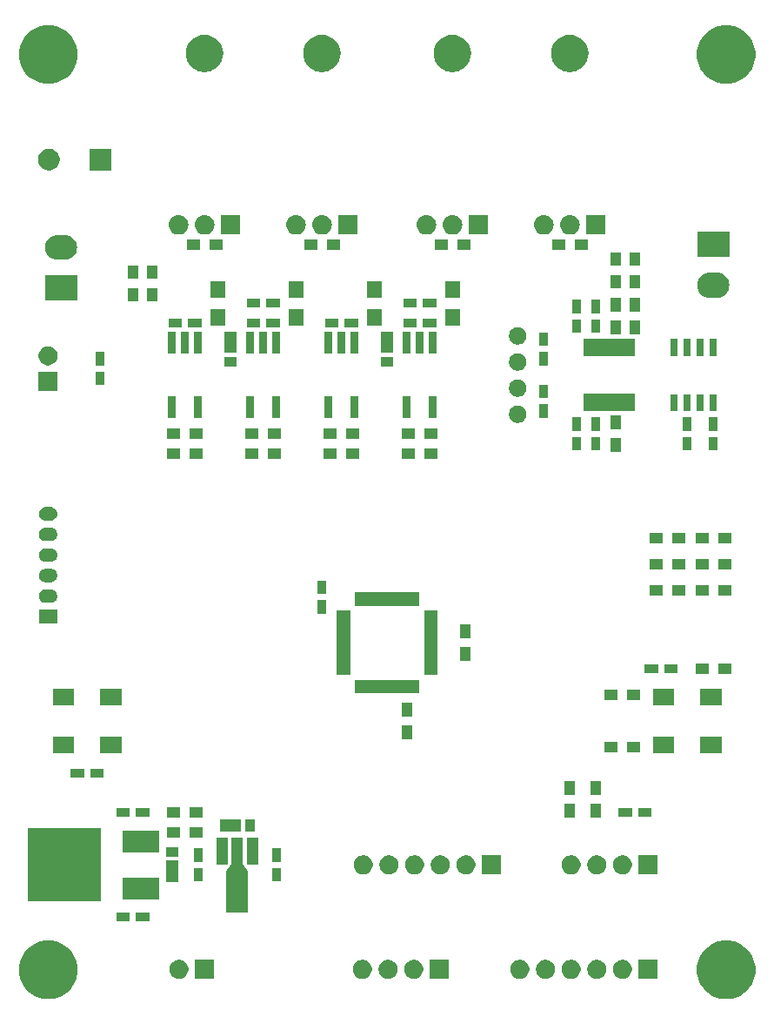
<source format=gts>
G04 #@! TF.GenerationSoftware,KiCad,Pcbnew,(5.0.2)-1*
G04 #@! TF.CreationDate,2019-03-08T18:58:42+09:00*
G04 #@! TF.ProjectId,spindleMD_v2,7370696e-646c-4654-9d44-5f76322e6b69,rev?*
G04 #@! TF.SameCoordinates,Original*
G04 #@! TF.FileFunction,Soldermask,Top*
G04 #@! TF.FilePolarity,Negative*
%FSLAX46Y46*%
G04 Gerber Fmt 4.6, Leading zero omitted, Abs format (unit mm)*
G04 Created by KiCad (PCBNEW (5.0.2)-1) date 2019/03/08 18:58:42*
%MOMM*%
%LPD*%
G01*
G04 APERTURE LIST*
%ADD10C,0.100000*%
G04 APERTURE END LIST*
D10*
G36*
X133831606Y-141758562D02*
X134350455Y-141973476D01*
X134814259Y-142283380D01*
X134817410Y-142285486D01*
X135214514Y-142682590D01*
X135214516Y-142682593D01*
X135526524Y-143149545D01*
X135741438Y-143668394D01*
X135851000Y-144219201D01*
X135851000Y-144780799D01*
X135741438Y-145331606D01*
X135526524Y-145850455D01*
X135216620Y-146314259D01*
X135214514Y-146317410D01*
X134817410Y-146714514D01*
X134817407Y-146714516D01*
X134350455Y-147026524D01*
X133831606Y-147241438D01*
X133556202Y-147296219D01*
X133280800Y-147351000D01*
X132719200Y-147351000D01*
X132443798Y-147296219D01*
X132168394Y-147241438D01*
X131649545Y-147026524D01*
X131182593Y-146714516D01*
X131182590Y-146714514D01*
X130785486Y-146317410D01*
X130783380Y-146314259D01*
X130473476Y-145850455D01*
X130258562Y-145331606D01*
X130149000Y-144780799D01*
X130149000Y-144219201D01*
X130258562Y-143668394D01*
X130473476Y-143149545D01*
X130785484Y-142682593D01*
X130785486Y-142682590D01*
X131182590Y-142285486D01*
X131185741Y-142283380D01*
X131649545Y-141973476D01*
X132168394Y-141758562D01*
X132719200Y-141649000D01*
X133280800Y-141649000D01*
X133831606Y-141758562D01*
X133831606Y-141758562D01*
G37*
G36*
X67831606Y-141758562D02*
X68350455Y-141973476D01*
X68814259Y-142283380D01*
X68817410Y-142285486D01*
X69214514Y-142682590D01*
X69214516Y-142682593D01*
X69526524Y-143149545D01*
X69741438Y-143668394D01*
X69851000Y-144219201D01*
X69851000Y-144780799D01*
X69741438Y-145331606D01*
X69526524Y-145850455D01*
X69216620Y-146314259D01*
X69214514Y-146317410D01*
X68817410Y-146714514D01*
X68817407Y-146714516D01*
X68350455Y-147026524D01*
X67831606Y-147241438D01*
X67556202Y-147296219D01*
X67280800Y-147351000D01*
X66719200Y-147351000D01*
X66443798Y-147296219D01*
X66168394Y-147241438D01*
X65649545Y-147026524D01*
X65182593Y-146714516D01*
X65182590Y-146714514D01*
X64785486Y-146317410D01*
X64783380Y-146314259D01*
X64473476Y-145850455D01*
X64258562Y-145331606D01*
X64149000Y-144780799D01*
X64149000Y-144219201D01*
X64258562Y-143668394D01*
X64473476Y-143149545D01*
X64785484Y-142682593D01*
X64785486Y-142682590D01*
X65182590Y-142285486D01*
X65185741Y-142283380D01*
X65649545Y-141973476D01*
X66168394Y-141758562D01*
X66719200Y-141649000D01*
X67280800Y-141649000D01*
X67831606Y-141758562D01*
X67831606Y-141758562D01*
G37*
G36*
X113170104Y-143559585D02*
X113338626Y-143629389D01*
X113490291Y-143730728D01*
X113619272Y-143859709D01*
X113720611Y-144011374D01*
X113790415Y-144179896D01*
X113826000Y-144358797D01*
X113826000Y-144541203D01*
X113790415Y-144720104D01*
X113720611Y-144888626D01*
X113619272Y-145040291D01*
X113490291Y-145169272D01*
X113338626Y-145270611D01*
X113170104Y-145340415D01*
X112991203Y-145376000D01*
X112808797Y-145376000D01*
X112629896Y-145340415D01*
X112461374Y-145270611D01*
X112309709Y-145169272D01*
X112180728Y-145040291D01*
X112079389Y-144888626D01*
X112009585Y-144720104D01*
X111974000Y-144541203D01*
X111974000Y-144358797D01*
X112009585Y-144179896D01*
X112079389Y-144011374D01*
X112180728Y-143859709D01*
X112309709Y-143730728D01*
X112461374Y-143629389D01*
X112629896Y-143559585D01*
X112808797Y-143524000D01*
X112991203Y-143524000D01*
X113170104Y-143559585D01*
X113170104Y-143559585D01*
G37*
G36*
X115670104Y-143559585D02*
X115838626Y-143629389D01*
X115990291Y-143730728D01*
X116119272Y-143859709D01*
X116220611Y-144011374D01*
X116290415Y-144179896D01*
X116326000Y-144358797D01*
X116326000Y-144541203D01*
X116290415Y-144720104D01*
X116220611Y-144888626D01*
X116119272Y-145040291D01*
X115990291Y-145169272D01*
X115838626Y-145270611D01*
X115670104Y-145340415D01*
X115491203Y-145376000D01*
X115308797Y-145376000D01*
X115129896Y-145340415D01*
X114961374Y-145270611D01*
X114809709Y-145169272D01*
X114680728Y-145040291D01*
X114579389Y-144888626D01*
X114509585Y-144720104D01*
X114474000Y-144541203D01*
X114474000Y-144358797D01*
X114509585Y-144179896D01*
X114579389Y-144011374D01*
X114680728Y-143859709D01*
X114809709Y-143730728D01*
X114961374Y-143629389D01*
X115129896Y-143559585D01*
X115308797Y-143524000D01*
X115491203Y-143524000D01*
X115670104Y-143559585D01*
X115670104Y-143559585D01*
G37*
G36*
X118170104Y-143559585D02*
X118338626Y-143629389D01*
X118490291Y-143730728D01*
X118619272Y-143859709D01*
X118720611Y-144011374D01*
X118790415Y-144179896D01*
X118826000Y-144358797D01*
X118826000Y-144541203D01*
X118790415Y-144720104D01*
X118720611Y-144888626D01*
X118619272Y-145040291D01*
X118490291Y-145169272D01*
X118338626Y-145270611D01*
X118170104Y-145340415D01*
X117991203Y-145376000D01*
X117808797Y-145376000D01*
X117629896Y-145340415D01*
X117461374Y-145270611D01*
X117309709Y-145169272D01*
X117180728Y-145040291D01*
X117079389Y-144888626D01*
X117009585Y-144720104D01*
X116974000Y-144541203D01*
X116974000Y-144358797D01*
X117009585Y-144179896D01*
X117079389Y-144011374D01*
X117180728Y-143859709D01*
X117309709Y-143730728D01*
X117461374Y-143629389D01*
X117629896Y-143559585D01*
X117808797Y-143524000D01*
X117991203Y-143524000D01*
X118170104Y-143559585D01*
X118170104Y-143559585D01*
G37*
G36*
X120670104Y-143559585D02*
X120838626Y-143629389D01*
X120990291Y-143730728D01*
X121119272Y-143859709D01*
X121220611Y-144011374D01*
X121290415Y-144179896D01*
X121326000Y-144358797D01*
X121326000Y-144541203D01*
X121290415Y-144720104D01*
X121220611Y-144888626D01*
X121119272Y-145040291D01*
X120990291Y-145169272D01*
X120838626Y-145270611D01*
X120670104Y-145340415D01*
X120491203Y-145376000D01*
X120308797Y-145376000D01*
X120129896Y-145340415D01*
X119961374Y-145270611D01*
X119809709Y-145169272D01*
X119680728Y-145040291D01*
X119579389Y-144888626D01*
X119509585Y-144720104D01*
X119474000Y-144541203D01*
X119474000Y-144358797D01*
X119509585Y-144179896D01*
X119579389Y-144011374D01*
X119680728Y-143859709D01*
X119809709Y-143730728D01*
X119961374Y-143629389D01*
X120129896Y-143559585D01*
X120308797Y-143524000D01*
X120491203Y-143524000D01*
X120670104Y-143559585D01*
X120670104Y-143559585D01*
G37*
G36*
X123170104Y-143559585D02*
X123338626Y-143629389D01*
X123490291Y-143730728D01*
X123619272Y-143859709D01*
X123720611Y-144011374D01*
X123790415Y-144179896D01*
X123826000Y-144358797D01*
X123826000Y-144541203D01*
X123790415Y-144720104D01*
X123720611Y-144888626D01*
X123619272Y-145040291D01*
X123490291Y-145169272D01*
X123338626Y-145270611D01*
X123170104Y-145340415D01*
X122991203Y-145376000D01*
X122808797Y-145376000D01*
X122629896Y-145340415D01*
X122461374Y-145270611D01*
X122309709Y-145169272D01*
X122180728Y-145040291D01*
X122079389Y-144888626D01*
X122009585Y-144720104D01*
X121974000Y-144541203D01*
X121974000Y-144358797D01*
X122009585Y-144179896D01*
X122079389Y-144011374D01*
X122180728Y-143859709D01*
X122309709Y-143730728D01*
X122461374Y-143629389D01*
X122629896Y-143559585D01*
X122808797Y-143524000D01*
X122991203Y-143524000D01*
X123170104Y-143559585D01*
X123170104Y-143559585D01*
G37*
G36*
X126326000Y-145376000D02*
X124474000Y-145376000D01*
X124474000Y-143524000D01*
X126326000Y-143524000D01*
X126326000Y-145376000D01*
X126326000Y-145376000D01*
G37*
G36*
X106006000Y-145376000D02*
X104154000Y-145376000D01*
X104154000Y-143524000D01*
X106006000Y-143524000D01*
X106006000Y-145376000D01*
X106006000Y-145376000D01*
G37*
G36*
X102850104Y-143559585D02*
X103018626Y-143629389D01*
X103170291Y-143730728D01*
X103299272Y-143859709D01*
X103400611Y-144011374D01*
X103470415Y-144179896D01*
X103506000Y-144358797D01*
X103506000Y-144541203D01*
X103470415Y-144720104D01*
X103400611Y-144888626D01*
X103299272Y-145040291D01*
X103170291Y-145169272D01*
X103018626Y-145270611D01*
X102850104Y-145340415D01*
X102671203Y-145376000D01*
X102488797Y-145376000D01*
X102309896Y-145340415D01*
X102141374Y-145270611D01*
X101989709Y-145169272D01*
X101860728Y-145040291D01*
X101759389Y-144888626D01*
X101689585Y-144720104D01*
X101654000Y-144541203D01*
X101654000Y-144358797D01*
X101689585Y-144179896D01*
X101759389Y-144011374D01*
X101860728Y-143859709D01*
X101989709Y-143730728D01*
X102141374Y-143629389D01*
X102309896Y-143559585D01*
X102488797Y-143524000D01*
X102671203Y-143524000D01*
X102850104Y-143559585D01*
X102850104Y-143559585D01*
G37*
G36*
X100350104Y-143559585D02*
X100518626Y-143629389D01*
X100670291Y-143730728D01*
X100799272Y-143859709D01*
X100900611Y-144011374D01*
X100970415Y-144179896D01*
X101006000Y-144358797D01*
X101006000Y-144541203D01*
X100970415Y-144720104D01*
X100900611Y-144888626D01*
X100799272Y-145040291D01*
X100670291Y-145169272D01*
X100518626Y-145270611D01*
X100350104Y-145340415D01*
X100171203Y-145376000D01*
X99988797Y-145376000D01*
X99809896Y-145340415D01*
X99641374Y-145270611D01*
X99489709Y-145169272D01*
X99360728Y-145040291D01*
X99259389Y-144888626D01*
X99189585Y-144720104D01*
X99154000Y-144541203D01*
X99154000Y-144358797D01*
X99189585Y-144179896D01*
X99259389Y-144011374D01*
X99360728Y-143859709D01*
X99489709Y-143730728D01*
X99641374Y-143629389D01*
X99809896Y-143559585D01*
X99988797Y-143524000D01*
X100171203Y-143524000D01*
X100350104Y-143559585D01*
X100350104Y-143559585D01*
G37*
G36*
X79990104Y-143559585D02*
X80158626Y-143629389D01*
X80310291Y-143730728D01*
X80439272Y-143859709D01*
X80540611Y-144011374D01*
X80610415Y-144179896D01*
X80646000Y-144358797D01*
X80646000Y-144541203D01*
X80610415Y-144720104D01*
X80540611Y-144888626D01*
X80439272Y-145040291D01*
X80310291Y-145169272D01*
X80158626Y-145270611D01*
X79990104Y-145340415D01*
X79811203Y-145376000D01*
X79628797Y-145376000D01*
X79449896Y-145340415D01*
X79281374Y-145270611D01*
X79129709Y-145169272D01*
X79000728Y-145040291D01*
X78899389Y-144888626D01*
X78829585Y-144720104D01*
X78794000Y-144541203D01*
X78794000Y-144358797D01*
X78829585Y-144179896D01*
X78899389Y-144011374D01*
X79000728Y-143859709D01*
X79129709Y-143730728D01*
X79281374Y-143629389D01*
X79449896Y-143559585D01*
X79628797Y-143524000D01*
X79811203Y-143524000D01*
X79990104Y-143559585D01*
X79990104Y-143559585D01*
G37*
G36*
X83146000Y-145376000D02*
X81294000Y-145376000D01*
X81294000Y-143524000D01*
X83146000Y-143524000D01*
X83146000Y-145376000D01*
X83146000Y-145376000D01*
G37*
G36*
X97850104Y-143559585D02*
X98018626Y-143629389D01*
X98170291Y-143730728D01*
X98299272Y-143859709D01*
X98400611Y-144011374D01*
X98470415Y-144179896D01*
X98506000Y-144358797D01*
X98506000Y-144541203D01*
X98470415Y-144720104D01*
X98400611Y-144888626D01*
X98299272Y-145040291D01*
X98170291Y-145169272D01*
X98018626Y-145270611D01*
X97850104Y-145340415D01*
X97671203Y-145376000D01*
X97488797Y-145376000D01*
X97309896Y-145340415D01*
X97141374Y-145270611D01*
X96989709Y-145169272D01*
X96860728Y-145040291D01*
X96759389Y-144888626D01*
X96689585Y-144720104D01*
X96654000Y-144541203D01*
X96654000Y-144358797D01*
X96689585Y-144179896D01*
X96759389Y-144011374D01*
X96860728Y-143859709D01*
X96989709Y-143730728D01*
X97141374Y-143629389D01*
X97309896Y-143559585D01*
X97488797Y-143524000D01*
X97671203Y-143524000D01*
X97850104Y-143559585D01*
X97850104Y-143559585D01*
G37*
G36*
X74936000Y-139796000D02*
X73634000Y-139796000D01*
X73634000Y-138944000D01*
X74936000Y-138944000D01*
X74936000Y-139796000D01*
X74936000Y-139796000D01*
G37*
G36*
X76836000Y-139796000D02*
X75534000Y-139796000D01*
X75534000Y-138944000D01*
X76836000Y-138944000D01*
X76836000Y-139796000D01*
X76836000Y-139796000D01*
G37*
G36*
X85946000Y-134126711D02*
X85948402Y-134151097D01*
X85955515Y-134174546D01*
X85966994Y-134196049D01*
X86114994Y-134418049D01*
X86123498Y-134428433D01*
X86129853Y-134440338D01*
X86368520Y-134798338D01*
X86384045Y-134817296D01*
X86402971Y-134832861D01*
X86424570Y-134844435D01*
X86446000Y-134850960D01*
X86446000Y-134876711D01*
X86448402Y-134901097D01*
X86455515Y-134924546D01*
X86466994Y-134946048D01*
X86503608Y-135000968D01*
X86501554Y-135002066D01*
X86482612Y-135017612D01*
X86467066Y-135036554D01*
X86455515Y-135058165D01*
X86448402Y-135081614D01*
X86446000Y-135106000D01*
X86446000Y-138956000D01*
X84344000Y-138956000D01*
X84344000Y-135106000D01*
X84341598Y-135081614D01*
X84334485Y-135058165D01*
X84322934Y-135036554D01*
X84307388Y-135017612D01*
X84288446Y-135002066D01*
X84286392Y-135000968D01*
X84323006Y-134946048D01*
X84334535Y-134924425D01*
X84341624Y-134900969D01*
X84344000Y-134876711D01*
X84344000Y-134850949D01*
X84365309Y-134844485D01*
X84386920Y-134832934D01*
X84405862Y-134817388D01*
X84421480Y-134798338D01*
X84660147Y-134440338D01*
X84666498Y-134428427D01*
X84675006Y-134418049D01*
X84823006Y-134196049D01*
X84834535Y-134174426D01*
X84841624Y-134150969D01*
X84844000Y-134126711D01*
X84844000Y-131644000D01*
X85946000Y-131644000D01*
X85946000Y-134126711D01*
X85946000Y-134126711D01*
G37*
G36*
X72151000Y-137841000D02*
X65049000Y-137841000D01*
X65049000Y-130739000D01*
X72151000Y-130739000D01*
X72151000Y-137841000D01*
X72151000Y-137841000D01*
G37*
G36*
X77801000Y-137641000D02*
X74199000Y-137641000D01*
X74199000Y-135539000D01*
X77801000Y-135539000D01*
X77801000Y-137641000D01*
X77801000Y-137641000D01*
G37*
G36*
X79646000Y-135991000D02*
X78444000Y-135991000D01*
X78444000Y-133889000D01*
X79646000Y-133889000D01*
X79646000Y-135991000D01*
X79646000Y-135991000D01*
G37*
G36*
X89631000Y-135891000D02*
X88779000Y-135891000D01*
X88779000Y-134589000D01*
X89631000Y-134589000D01*
X89631000Y-135891000D01*
X89631000Y-135891000D01*
G37*
G36*
X82011000Y-135891000D02*
X81159000Y-135891000D01*
X81159000Y-134589000D01*
X82011000Y-134589000D01*
X82011000Y-135891000D01*
X82011000Y-135891000D01*
G37*
G36*
X97930104Y-133399585D02*
X98098626Y-133469389D01*
X98250291Y-133570728D01*
X98379272Y-133699709D01*
X98480611Y-133851374D01*
X98550415Y-134019896D01*
X98586000Y-134198797D01*
X98586000Y-134381203D01*
X98550415Y-134560104D01*
X98480611Y-134728626D01*
X98379272Y-134880291D01*
X98250291Y-135009272D01*
X98098626Y-135110611D01*
X97930104Y-135180415D01*
X97751203Y-135216000D01*
X97568797Y-135216000D01*
X97389896Y-135180415D01*
X97221374Y-135110611D01*
X97069709Y-135009272D01*
X96940728Y-134880291D01*
X96839389Y-134728626D01*
X96769585Y-134560104D01*
X96734000Y-134381203D01*
X96734000Y-134198797D01*
X96769585Y-134019896D01*
X96839389Y-133851374D01*
X96940728Y-133699709D01*
X97069709Y-133570728D01*
X97221374Y-133469389D01*
X97389896Y-133399585D01*
X97568797Y-133364000D01*
X97751203Y-133364000D01*
X97930104Y-133399585D01*
X97930104Y-133399585D01*
G37*
G36*
X102930104Y-133399585D02*
X103098626Y-133469389D01*
X103250291Y-133570728D01*
X103379272Y-133699709D01*
X103480611Y-133851374D01*
X103550415Y-134019896D01*
X103586000Y-134198797D01*
X103586000Y-134381203D01*
X103550415Y-134560104D01*
X103480611Y-134728626D01*
X103379272Y-134880291D01*
X103250291Y-135009272D01*
X103098626Y-135110611D01*
X102930104Y-135180415D01*
X102751203Y-135216000D01*
X102568797Y-135216000D01*
X102389896Y-135180415D01*
X102221374Y-135110611D01*
X102069709Y-135009272D01*
X101940728Y-134880291D01*
X101839389Y-134728626D01*
X101769585Y-134560104D01*
X101734000Y-134381203D01*
X101734000Y-134198797D01*
X101769585Y-134019896D01*
X101839389Y-133851374D01*
X101940728Y-133699709D01*
X102069709Y-133570728D01*
X102221374Y-133469389D01*
X102389896Y-133399585D01*
X102568797Y-133364000D01*
X102751203Y-133364000D01*
X102930104Y-133399585D01*
X102930104Y-133399585D01*
G37*
G36*
X123170104Y-133399585D02*
X123338626Y-133469389D01*
X123490291Y-133570728D01*
X123619272Y-133699709D01*
X123720611Y-133851374D01*
X123790415Y-134019896D01*
X123826000Y-134198797D01*
X123826000Y-134381203D01*
X123790415Y-134560104D01*
X123720611Y-134728626D01*
X123619272Y-134880291D01*
X123490291Y-135009272D01*
X123338626Y-135110611D01*
X123170104Y-135180415D01*
X122991203Y-135216000D01*
X122808797Y-135216000D01*
X122629896Y-135180415D01*
X122461374Y-135110611D01*
X122309709Y-135009272D01*
X122180728Y-134880291D01*
X122079389Y-134728626D01*
X122009585Y-134560104D01*
X121974000Y-134381203D01*
X121974000Y-134198797D01*
X122009585Y-134019896D01*
X122079389Y-133851374D01*
X122180728Y-133699709D01*
X122309709Y-133570728D01*
X122461374Y-133469389D01*
X122629896Y-133399585D01*
X122808797Y-133364000D01*
X122991203Y-133364000D01*
X123170104Y-133399585D01*
X123170104Y-133399585D01*
G37*
G36*
X100430104Y-133399585D02*
X100598626Y-133469389D01*
X100750291Y-133570728D01*
X100879272Y-133699709D01*
X100980611Y-133851374D01*
X101050415Y-134019896D01*
X101086000Y-134198797D01*
X101086000Y-134381203D01*
X101050415Y-134560104D01*
X100980611Y-134728626D01*
X100879272Y-134880291D01*
X100750291Y-135009272D01*
X100598626Y-135110611D01*
X100430104Y-135180415D01*
X100251203Y-135216000D01*
X100068797Y-135216000D01*
X99889896Y-135180415D01*
X99721374Y-135110611D01*
X99569709Y-135009272D01*
X99440728Y-134880291D01*
X99339389Y-134728626D01*
X99269585Y-134560104D01*
X99234000Y-134381203D01*
X99234000Y-134198797D01*
X99269585Y-134019896D01*
X99339389Y-133851374D01*
X99440728Y-133699709D01*
X99569709Y-133570728D01*
X99721374Y-133469389D01*
X99889896Y-133399585D01*
X100068797Y-133364000D01*
X100251203Y-133364000D01*
X100430104Y-133399585D01*
X100430104Y-133399585D01*
G37*
G36*
X126326000Y-135216000D02*
X124474000Y-135216000D01*
X124474000Y-133364000D01*
X126326000Y-133364000D01*
X126326000Y-135216000D01*
X126326000Y-135216000D01*
G37*
G36*
X107930104Y-133399585D02*
X108098626Y-133469389D01*
X108250291Y-133570728D01*
X108379272Y-133699709D01*
X108480611Y-133851374D01*
X108550415Y-134019896D01*
X108586000Y-134198797D01*
X108586000Y-134381203D01*
X108550415Y-134560104D01*
X108480611Y-134728626D01*
X108379272Y-134880291D01*
X108250291Y-135009272D01*
X108098626Y-135110611D01*
X107930104Y-135180415D01*
X107751203Y-135216000D01*
X107568797Y-135216000D01*
X107389896Y-135180415D01*
X107221374Y-135110611D01*
X107069709Y-135009272D01*
X106940728Y-134880291D01*
X106839389Y-134728626D01*
X106769585Y-134560104D01*
X106734000Y-134381203D01*
X106734000Y-134198797D01*
X106769585Y-134019896D01*
X106839389Y-133851374D01*
X106940728Y-133699709D01*
X107069709Y-133570728D01*
X107221374Y-133469389D01*
X107389896Y-133399585D01*
X107568797Y-133364000D01*
X107751203Y-133364000D01*
X107930104Y-133399585D01*
X107930104Y-133399585D01*
G37*
G36*
X105430104Y-133399585D02*
X105598626Y-133469389D01*
X105750291Y-133570728D01*
X105879272Y-133699709D01*
X105980611Y-133851374D01*
X106050415Y-134019896D01*
X106086000Y-134198797D01*
X106086000Y-134381203D01*
X106050415Y-134560104D01*
X105980611Y-134728626D01*
X105879272Y-134880291D01*
X105750291Y-135009272D01*
X105598626Y-135110611D01*
X105430104Y-135180415D01*
X105251203Y-135216000D01*
X105068797Y-135216000D01*
X104889896Y-135180415D01*
X104721374Y-135110611D01*
X104569709Y-135009272D01*
X104440728Y-134880291D01*
X104339389Y-134728626D01*
X104269585Y-134560104D01*
X104234000Y-134381203D01*
X104234000Y-134198797D01*
X104269585Y-134019896D01*
X104339389Y-133851374D01*
X104440728Y-133699709D01*
X104569709Y-133570728D01*
X104721374Y-133469389D01*
X104889896Y-133399585D01*
X105068797Y-133364000D01*
X105251203Y-133364000D01*
X105430104Y-133399585D01*
X105430104Y-133399585D01*
G37*
G36*
X120670104Y-133399585D02*
X120838626Y-133469389D01*
X120990291Y-133570728D01*
X121119272Y-133699709D01*
X121220611Y-133851374D01*
X121290415Y-134019896D01*
X121326000Y-134198797D01*
X121326000Y-134381203D01*
X121290415Y-134560104D01*
X121220611Y-134728626D01*
X121119272Y-134880291D01*
X120990291Y-135009272D01*
X120838626Y-135110611D01*
X120670104Y-135180415D01*
X120491203Y-135216000D01*
X120308797Y-135216000D01*
X120129896Y-135180415D01*
X119961374Y-135110611D01*
X119809709Y-135009272D01*
X119680728Y-134880291D01*
X119579389Y-134728626D01*
X119509585Y-134560104D01*
X119474000Y-134381203D01*
X119474000Y-134198797D01*
X119509585Y-134019896D01*
X119579389Y-133851374D01*
X119680728Y-133699709D01*
X119809709Y-133570728D01*
X119961374Y-133469389D01*
X120129896Y-133399585D01*
X120308797Y-133364000D01*
X120491203Y-133364000D01*
X120670104Y-133399585D01*
X120670104Y-133399585D01*
G37*
G36*
X118170104Y-133399585D02*
X118338626Y-133469389D01*
X118490291Y-133570728D01*
X118619272Y-133699709D01*
X118720611Y-133851374D01*
X118790415Y-134019896D01*
X118826000Y-134198797D01*
X118826000Y-134381203D01*
X118790415Y-134560104D01*
X118720611Y-134728626D01*
X118619272Y-134880291D01*
X118490291Y-135009272D01*
X118338626Y-135110611D01*
X118170104Y-135180415D01*
X117991203Y-135216000D01*
X117808797Y-135216000D01*
X117629896Y-135180415D01*
X117461374Y-135110611D01*
X117309709Y-135009272D01*
X117180728Y-134880291D01*
X117079389Y-134728626D01*
X117009585Y-134560104D01*
X116974000Y-134381203D01*
X116974000Y-134198797D01*
X117009585Y-134019896D01*
X117079389Y-133851374D01*
X117180728Y-133699709D01*
X117309709Y-133570728D01*
X117461374Y-133469389D01*
X117629896Y-133399585D01*
X117808797Y-133364000D01*
X117991203Y-133364000D01*
X118170104Y-133399585D01*
X118170104Y-133399585D01*
G37*
G36*
X111086000Y-135216000D02*
X109234000Y-135216000D01*
X109234000Y-133364000D01*
X111086000Y-133364000D01*
X111086000Y-135216000D01*
X111086000Y-135216000D01*
G37*
G36*
X84446000Y-134246000D02*
X83344000Y-134246000D01*
X83344000Y-131644000D01*
X84446000Y-131644000D01*
X84446000Y-134246000D01*
X84446000Y-134246000D01*
G37*
G36*
X87446000Y-134246000D02*
X86344000Y-134246000D01*
X86344000Y-131644000D01*
X87446000Y-131644000D01*
X87446000Y-134246000D01*
X87446000Y-134246000D01*
G37*
G36*
X89631000Y-133991000D02*
X88779000Y-133991000D01*
X88779000Y-132689000D01*
X89631000Y-132689000D01*
X89631000Y-133991000D01*
X89631000Y-133991000D01*
G37*
G36*
X82011000Y-133991000D02*
X81159000Y-133991000D01*
X81159000Y-132689000D01*
X82011000Y-132689000D01*
X82011000Y-133991000D01*
X82011000Y-133991000D01*
G37*
G36*
X79646000Y-133491000D02*
X78444000Y-133491000D01*
X78444000Y-132589000D01*
X79646000Y-132589000D01*
X79646000Y-133491000D01*
X79646000Y-133491000D01*
G37*
G36*
X77801000Y-133061000D02*
X74199000Y-133061000D01*
X74199000Y-130959000D01*
X77801000Y-130959000D01*
X77801000Y-133061000D01*
X77801000Y-133061000D01*
G37*
G36*
X79866000Y-131616000D02*
X78564000Y-131616000D01*
X78564000Y-130614000D01*
X79866000Y-130614000D01*
X79866000Y-131616000D01*
X79866000Y-131616000D01*
G37*
G36*
X82066000Y-131616000D02*
X80764000Y-131616000D01*
X80764000Y-130614000D01*
X82066000Y-130614000D01*
X82066000Y-131616000D01*
X82066000Y-131616000D01*
G37*
G36*
X87096000Y-131081000D02*
X86194000Y-131081000D01*
X86194000Y-129879000D01*
X87096000Y-129879000D01*
X87096000Y-131081000D01*
X87096000Y-131081000D01*
G37*
G36*
X85796000Y-131081000D02*
X83694000Y-131081000D01*
X83694000Y-129879000D01*
X85796000Y-129879000D01*
X85796000Y-131081000D01*
X85796000Y-131081000D01*
G37*
G36*
X82066000Y-129711000D02*
X80764000Y-129711000D01*
X80764000Y-128709000D01*
X82066000Y-128709000D01*
X82066000Y-129711000D01*
X82066000Y-129711000D01*
G37*
G36*
X79866000Y-129711000D02*
X78564000Y-129711000D01*
X78564000Y-128709000D01*
X79866000Y-128709000D01*
X79866000Y-129711000D01*
X79866000Y-129711000D01*
G37*
G36*
X118281000Y-129691000D02*
X117279000Y-129691000D01*
X117279000Y-128389000D01*
X118281000Y-128389000D01*
X118281000Y-129691000D01*
X118281000Y-129691000D01*
G37*
G36*
X120821000Y-129691000D02*
X119819000Y-129691000D01*
X119819000Y-128389000D01*
X120821000Y-128389000D01*
X120821000Y-129691000D01*
X120821000Y-129691000D01*
G37*
G36*
X125731000Y-129636000D02*
X124429000Y-129636000D01*
X124429000Y-128784000D01*
X125731000Y-128784000D01*
X125731000Y-129636000D01*
X125731000Y-129636000D01*
G37*
G36*
X123831000Y-129636000D02*
X122529000Y-129636000D01*
X122529000Y-128784000D01*
X123831000Y-128784000D01*
X123831000Y-129636000D01*
X123831000Y-129636000D01*
G37*
G36*
X74936000Y-129636000D02*
X73634000Y-129636000D01*
X73634000Y-128784000D01*
X74936000Y-128784000D01*
X74936000Y-129636000D01*
X74936000Y-129636000D01*
G37*
G36*
X76836000Y-129636000D02*
X75534000Y-129636000D01*
X75534000Y-128784000D01*
X76836000Y-128784000D01*
X76836000Y-129636000D01*
X76836000Y-129636000D01*
G37*
G36*
X118281000Y-127491000D02*
X117279000Y-127491000D01*
X117279000Y-126189000D01*
X118281000Y-126189000D01*
X118281000Y-127491000D01*
X118281000Y-127491000D01*
G37*
G36*
X120821000Y-127491000D02*
X119819000Y-127491000D01*
X119819000Y-126189000D01*
X120821000Y-126189000D01*
X120821000Y-127491000D01*
X120821000Y-127491000D01*
G37*
G36*
X70491000Y-125826000D02*
X69189000Y-125826000D01*
X69189000Y-124974000D01*
X70491000Y-124974000D01*
X70491000Y-125826000D01*
X70491000Y-125826000D01*
G37*
G36*
X72391000Y-125826000D02*
X71089000Y-125826000D01*
X71089000Y-124974000D01*
X72391000Y-124974000D01*
X72391000Y-125826000D01*
X72391000Y-125826000D01*
G37*
G36*
X69541000Y-123471000D02*
X67439000Y-123471000D01*
X67439000Y-121869000D01*
X69541000Y-121869000D01*
X69541000Y-123471000D01*
X69541000Y-123471000D01*
G37*
G36*
X74141000Y-123471000D02*
X72039000Y-123471000D01*
X72039000Y-121869000D01*
X74141000Y-121869000D01*
X74141000Y-123471000D01*
X74141000Y-123471000D01*
G37*
G36*
X132561000Y-123471000D02*
X130459000Y-123471000D01*
X130459000Y-121869000D01*
X132561000Y-121869000D01*
X132561000Y-123471000D01*
X132561000Y-123471000D01*
G37*
G36*
X127961000Y-123471000D02*
X125859000Y-123471000D01*
X125859000Y-121869000D01*
X127961000Y-121869000D01*
X127961000Y-123471000D01*
X127961000Y-123471000D01*
G37*
G36*
X122411000Y-123361000D02*
X121109000Y-123361000D01*
X121109000Y-122359000D01*
X122411000Y-122359000D01*
X122411000Y-123361000D01*
X122411000Y-123361000D01*
G37*
G36*
X124611000Y-123361000D02*
X123309000Y-123361000D01*
X123309000Y-122359000D01*
X124611000Y-122359000D01*
X124611000Y-123361000D01*
X124611000Y-123361000D01*
G37*
G36*
X102406000Y-122071000D02*
X101404000Y-122071000D01*
X101404000Y-120769000D01*
X102406000Y-120769000D01*
X102406000Y-122071000D01*
X102406000Y-122071000D01*
G37*
G36*
X102406000Y-119871000D02*
X101404000Y-119871000D01*
X101404000Y-118569000D01*
X102406000Y-118569000D01*
X102406000Y-119871000D01*
X102406000Y-119871000D01*
G37*
G36*
X127961000Y-118771000D02*
X125859000Y-118771000D01*
X125859000Y-117169000D01*
X127961000Y-117169000D01*
X127961000Y-118771000D01*
X127961000Y-118771000D01*
G37*
G36*
X132561000Y-118771000D02*
X130459000Y-118771000D01*
X130459000Y-117169000D01*
X132561000Y-117169000D01*
X132561000Y-118771000D01*
X132561000Y-118771000D01*
G37*
G36*
X69541000Y-118771000D02*
X67439000Y-118771000D01*
X67439000Y-117169000D01*
X69541000Y-117169000D01*
X69541000Y-118771000D01*
X69541000Y-118771000D01*
G37*
G36*
X74141000Y-118771000D02*
X72039000Y-118771000D01*
X72039000Y-117169000D01*
X74141000Y-117169000D01*
X74141000Y-118771000D01*
X74141000Y-118771000D01*
G37*
G36*
X124611000Y-118281000D02*
X123309000Y-118281000D01*
X123309000Y-117279000D01*
X124611000Y-117279000D01*
X124611000Y-118281000D01*
X124611000Y-118281000D01*
G37*
G36*
X122411000Y-118281000D02*
X121109000Y-118281000D01*
X121109000Y-117279000D01*
X122411000Y-117279000D01*
X122411000Y-118281000D01*
X122411000Y-118281000D01*
G37*
G36*
X103151000Y-117601000D02*
X96849000Y-117601000D01*
X96849000Y-116299000D01*
X103151000Y-116299000D01*
X103151000Y-117601000D01*
X103151000Y-117601000D01*
G37*
G36*
X104901000Y-115851000D02*
X103599000Y-115851000D01*
X103599000Y-109549000D01*
X104901000Y-109549000D01*
X104901000Y-115851000D01*
X104901000Y-115851000D01*
G37*
G36*
X96401000Y-115851000D02*
X95099000Y-115851000D01*
X95099000Y-109549000D01*
X96401000Y-109549000D01*
X96401000Y-115851000D01*
X96401000Y-115851000D01*
G37*
G36*
X131301000Y-115741000D02*
X129999000Y-115741000D01*
X129999000Y-114739000D01*
X131301000Y-114739000D01*
X131301000Y-115741000D01*
X131301000Y-115741000D01*
G37*
G36*
X133501000Y-115741000D02*
X132199000Y-115741000D01*
X132199000Y-114739000D01*
X133501000Y-114739000D01*
X133501000Y-115741000D01*
X133501000Y-115741000D01*
G37*
G36*
X128271000Y-115666000D02*
X126969000Y-115666000D01*
X126969000Y-114814000D01*
X128271000Y-114814000D01*
X128271000Y-115666000D01*
X128271000Y-115666000D01*
G37*
G36*
X126371000Y-115666000D02*
X125069000Y-115666000D01*
X125069000Y-114814000D01*
X126371000Y-114814000D01*
X126371000Y-115666000D01*
X126371000Y-115666000D01*
G37*
G36*
X108121000Y-114451000D02*
X107119000Y-114451000D01*
X107119000Y-113149000D01*
X108121000Y-113149000D01*
X108121000Y-114451000D01*
X108121000Y-114451000D01*
G37*
G36*
X108121000Y-112251000D02*
X107119000Y-112251000D01*
X107119000Y-110949000D01*
X108121000Y-110949000D01*
X108121000Y-112251000D01*
X108121000Y-112251000D01*
G37*
G36*
X67881000Y-110811000D02*
X66079000Y-110811000D01*
X66079000Y-109509000D01*
X67881000Y-109509000D01*
X67881000Y-110811000D01*
X67881000Y-110811000D01*
G37*
G36*
X94076000Y-109856000D02*
X93224000Y-109856000D01*
X93224000Y-108554000D01*
X94076000Y-108554000D01*
X94076000Y-109856000D01*
X94076000Y-109856000D01*
G37*
G36*
X103151000Y-109101000D02*
X96849000Y-109101000D01*
X96849000Y-107799000D01*
X103151000Y-107799000D01*
X103151000Y-109101000D01*
X103151000Y-109101000D01*
G37*
G36*
X67293855Y-107512140D02*
X67357618Y-107518420D01*
X67439427Y-107543237D01*
X67480333Y-107555645D01*
X67580491Y-107609181D01*
X67593426Y-107616095D01*
X67692553Y-107697447D01*
X67773905Y-107796574D01*
X67773906Y-107796576D01*
X67834355Y-107909667D01*
X67834355Y-107909668D01*
X67871580Y-108032382D01*
X67884149Y-108160000D01*
X67871580Y-108287618D01*
X67846763Y-108369427D01*
X67834355Y-108410333D01*
X67780819Y-108510491D01*
X67773905Y-108523426D01*
X67692553Y-108622553D01*
X67593426Y-108703905D01*
X67593424Y-108703906D01*
X67480333Y-108764355D01*
X67439427Y-108776763D01*
X67357618Y-108801580D01*
X67293855Y-108807860D01*
X67261974Y-108811000D01*
X66698026Y-108811000D01*
X66666145Y-108807860D01*
X66602382Y-108801580D01*
X66520573Y-108776763D01*
X66479667Y-108764355D01*
X66366576Y-108703906D01*
X66366574Y-108703905D01*
X66267447Y-108622553D01*
X66186095Y-108523426D01*
X66179181Y-108510491D01*
X66125645Y-108410333D01*
X66113237Y-108369427D01*
X66088420Y-108287618D01*
X66075851Y-108160000D01*
X66088420Y-108032382D01*
X66125645Y-107909668D01*
X66125645Y-107909667D01*
X66186094Y-107796576D01*
X66186095Y-107796574D01*
X66267447Y-107697447D01*
X66366574Y-107616095D01*
X66379509Y-107609181D01*
X66479667Y-107555645D01*
X66520573Y-107543237D01*
X66602382Y-107518420D01*
X66666145Y-107512140D01*
X66698026Y-107509000D01*
X67261974Y-107509000D01*
X67293855Y-107512140D01*
X67293855Y-107512140D01*
G37*
G36*
X126856000Y-108121000D02*
X125554000Y-108121000D01*
X125554000Y-107119000D01*
X126856000Y-107119000D01*
X126856000Y-108121000D01*
X126856000Y-108121000D01*
G37*
G36*
X129056000Y-108121000D02*
X127754000Y-108121000D01*
X127754000Y-107119000D01*
X129056000Y-107119000D01*
X129056000Y-108121000D01*
X129056000Y-108121000D01*
G37*
G36*
X131301000Y-108121000D02*
X129999000Y-108121000D01*
X129999000Y-107119000D01*
X131301000Y-107119000D01*
X131301000Y-108121000D01*
X131301000Y-108121000D01*
G37*
G36*
X133501000Y-108121000D02*
X132199000Y-108121000D01*
X132199000Y-107119000D01*
X133501000Y-107119000D01*
X133501000Y-108121000D01*
X133501000Y-108121000D01*
G37*
G36*
X94076000Y-107956000D02*
X93224000Y-107956000D01*
X93224000Y-106654000D01*
X94076000Y-106654000D01*
X94076000Y-107956000D01*
X94076000Y-107956000D01*
G37*
G36*
X67293855Y-105512140D02*
X67357618Y-105518420D01*
X67439427Y-105543237D01*
X67480333Y-105555645D01*
X67527768Y-105581000D01*
X67593426Y-105616095D01*
X67692553Y-105697447D01*
X67773905Y-105796574D01*
X67773906Y-105796576D01*
X67834355Y-105909667D01*
X67834355Y-105909668D01*
X67871580Y-106032382D01*
X67884149Y-106160000D01*
X67871580Y-106287618D01*
X67846763Y-106369427D01*
X67834355Y-106410333D01*
X67780819Y-106510491D01*
X67773905Y-106523426D01*
X67692553Y-106622553D01*
X67593426Y-106703905D01*
X67593424Y-106703906D01*
X67480333Y-106764355D01*
X67439427Y-106776763D01*
X67357618Y-106801580D01*
X67293855Y-106807860D01*
X67261974Y-106811000D01*
X66698026Y-106811000D01*
X66666145Y-106807860D01*
X66602382Y-106801580D01*
X66520573Y-106776763D01*
X66479667Y-106764355D01*
X66366576Y-106703906D01*
X66366574Y-106703905D01*
X66267447Y-106622553D01*
X66186095Y-106523426D01*
X66179181Y-106510491D01*
X66125645Y-106410333D01*
X66113237Y-106369427D01*
X66088420Y-106287618D01*
X66075851Y-106160000D01*
X66088420Y-106032382D01*
X66125645Y-105909668D01*
X66125645Y-105909667D01*
X66186094Y-105796576D01*
X66186095Y-105796574D01*
X66267447Y-105697447D01*
X66366574Y-105616095D01*
X66432232Y-105581000D01*
X66479667Y-105555645D01*
X66520573Y-105543237D01*
X66602382Y-105518420D01*
X66666145Y-105512140D01*
X66698026Y-105509000D01*
X67261974Y-105509000D01*
X67293855Y-105512140D01*
X67293855Y-105512140D01*
G37*
G36*
X133501000Y-105581000D02*
X132199000Y-105581000D01*
X132199000Y-104579000D01*
X133501000Y-104579000D01*
X133501000Y-105581000D01*
X133501000Y-105581000D01*
G37*
G36*
X126856000Y-105581000D02*
X125554000Y-105581000D01*
X125554000Y-104579000D01*
X126856000Y-104579000D01*
X126856000Y-105581000D01*
X126856000Y-105581000D01*
G37*
G36*
X129056000Y-105581000D02*
X127754000Y-105581000D01*
X127754000Y-104579000D01*
X129056000Y-104579000D01*
X129056000Y-105581000D01*
X129056000Y-105581000D01*
G37*
G36*
X131301000Y-105581000D02*
X129999000Y-105581000D01*
X129999000Y-104579000D01*
X131301000Y-104579000D01*
X131301000Y-105581000D01*
X131301000Y-105581000D01*
G37*
G36*
X67293855Y-103512140D02*
X67357618Y-103518420D01*
X67439427Y-103543237D01*
X67480333Y-103555645D01*
X67580491Y-103609181D01*
X67593426Y-103616095D01*
X67692553Y-103697447D01*
X67773905Y-103796574D01*
X67773906Y-103796576D01*
X67834355Y-103909667D01*
X67834355Y-103909668D01*
X67871580Y-104032382D01*
X67884149Y-104160000D01*
X67871580Y-104287618D01*
X67846763Y-104369427D01*
X67834355Y-104410333D01*
X67780819Y-104510491D01*
X67773905Y-104523426D01*
X67692553Y-104622553D01*
X67593426Y-104703905D01*
X67593424Y-104703906D01*
X67480333Y-104764355D01*
X67439427Y-104776763D01*
X67357618Y-104801580D01*
X67293855Y-104807860D01*
X67261974Y-104811000D01*
X66698026Y-104811000D01*
X66666145Y-104807860D01*
X66602382Y-104801580D01*
X66520573Y-104776763D01*
X66479667Y-104764355D01*
X66366576Y-104703906D01*
X66366574Y-104703905D01*
X66267447Y-104622553D01*
X66186095Y-104523426D01*
X66179181Y-104510491D01*
X66125645Y-104410333D01*
X66113237Y-104369427D01*
X66088420Y-104287618D01*
X66075851Y-104160000D01*
X66088420Y-104032382D01*
X66125645Y-103909668D01*
X66125645Y-103909667D01*
X66186094Y-103796576D01*
X66186095Y-103796574D01*
X66267447Y-103697447D01*
X66366574Y-103616095D01*
X66379509Y-103609181D01*
X66479667Y-103555645D01*
X66520573Y-103543237D01*
X66602382Y-103518420D01*
X66666145Y-103512140D01*
X66698026Y-103509000D01*
X67261974Y-103509000D01*
X67293855Y-103512140D01*
X67293855Y-103512140D01*
G37*
G36*
X126856000Y-103041000D02*
X125554000Y-103041000D01*
X125554000Y-102039000D01*
X126856000Y-102039000D01*
X126856000Y-103041000D01*
X126856000Y-103041000D01*
G37*
G36*
X131301000Y-103041000D02*
X129999000Y-103041000D01*
X129999000Y-102039000D01*
X131301000Y-102039000D01*
X131301000Y-103041000D01*
X131301000Y-103041000D01*
G37*
G36*
X133501000Y-103041000D02*
X132199000Y-103041000D01*
X132199000Y-102039000D01*
X133501000Y-102039000D01*
X133501000Y-103041000D01*
X133501000Y-103041000D01*
G37*
G36*
X129056000Y-103041000D02*
X127754000Y-103041000D01*
X127754000Y-102039000D01*
X129056000Y-102039000D01*
X129056000Y-103041000D01*
X129056000Y-103041000D01*
G37*
G36*
X67293855Y-101512140D02*
X67357618Y-101518420D01*
X67439427Y-101543237D01*
X67480333Y-101555645D01*
X67580491Y-101609181D01*
X67593426Y-101616095D01*
X67692553Y-101697447D01*
X67773905Y-101796574D01*
X67773906Y-101796576D01*
X67834355Y-101909667D01*
X67834355Y-101909668D01*
X67871580Y-102032382D01*
X67884149Y-102160000D01*
X67871580Y-102287618D01*
X67846763Y-102369427D01*
X67834355Y-102410333D01*
X67780819Y-102510491D01*
X67773905Y-102523426D01*
X67692553Y-102622553D01*
X67593426Y-102703905D01*
X67593424Y-102703906D01*
X67480333Y-102764355D01*
X67439427Y-102776763D01*
X67357618Y-102801580D01*
X67293855Y-102807860D01*
X67261974Y-102811000D01*
X66698026Y-102811000D01*
X66666145Y-102807860D01*
X66602382Y-102801580D01*
X66520573Y-102776763D01*
X66479667Y-102764355D01*
X66366576Y-102703906D01*
X66366574Y-102703905D01*
X66267447Y-102622553D01*
X66186095Y-102523426D01*
X66179181Y-102510491D01*
X66125645Y-102410333D01*
X66113237Y-102369427D01*
X66088420Y-102287618D01*
X66075851Y-102160000D01*
X66088420Y-102032382D01*
X66125645Y-101909668D01*
X66125645Y-101909667D01*
X66186094Y-101796576D01*
X66186095Y-101796574D01*
X66267447Y-101697447D01*
X66366574Y-101616095D01*
X66379509Y-101609181D01*
X66479667Y-101555645D01*
X66520573Y-101543237D01*
X66602382Y-101518420D01*
X66666145Y-101512140D01*
X66698026Y-101509000D01*
X67261974Y-101509000D01*
X67293855Y-101512140D01*
X67293855Y-101512140D01*
G37*
G36*
X67293855Y-99512140D02*
X67357618Y-99518420D01*
X67439427Y-99543237D01*
X67480333Y-99555645D01*
X67580491Y-99609181D01*
X67593426Y-99616095D01*
X67692553Y-99697447D01*
X67773905Y-99796574D01*
X67773906Y-99796576D01*
X67834355Y-99909667D01*
X67834355Y-99909668D01*
X67871580Y-100032382D01*
X67884149Y-100160000D01*
X67871580Y-100287618D01*
X67846763Y-100369427D01*
X67834355Y-100410333D01*
X67780819Y-100510491D01*
X67773905Y-100523426D01*
X67692553Y-100622553D01*
X67593426Y-100703905D01*
X67593424Y-100703906D01*
X67480333Y-100764355D01*
X67439427Y-100776763D01*
X67357618Y-100801580D01*
X67293855Y-100807860D01*
X67261974Y-100811000D01*
X66698026Y-100811000D01*
X66666145Y-100807860D01*
X66602382Y-100801580D01*
X66520573Y-100776763D01*
X66479667Y-100764355D01*
X66366576Y-100703906D01*
X66366574Y-100703905D01*
X66267447Y-100622553D01*
X66186095Y-100523426D01*
X66179181Y-100510491D01*
X66125645Y-100410333D01*
X66113237Y-100369427D01*
X66088420Y-100287618D01*
X66075851Y-100160000D01*
X66088420Y-100032382D01*
X66125645Y-99909668D01*
X66125645Y-99909667D01*
X66186094Y-99796576D01*
X66186095Y-99796574D01*
X66267447Y-99697447D01*
X66366574Y-99616095D01*
X66379509Y-99609181D01*
X66479667Y-99555645D01*
X66520573Y-99543237D01*
X66602382Y-99518420D01*
X66666145Y-99512140D01*
X66698026Y-99509000D01*
X67261974Y-99509000D01*
X67293855Y-99512140D01*
X67293855Y-99512140D01*
G37*
G36*
X95106000Y-94786000D02*
X93804000Y-94786000D01*
X93804000Y-93784000D01*
X95106000Y-93784000D01*
X95106000Y-94786000D01*
X95106000Y-94786000D01*
G37*
G36*
X102726000Y-94786000D02*
X101424000Y-94786000D01*
X101424000Y-93784000D01*
X102726000Y-93784000D01*
X102726000Y-94786000D01*
X102726000Y-94786000D01*
G37*
G36*
X87486000Y-94786000D02*
X86184000Y-94786000D01*
X86184000Y-93784000D01*
X87486000Y-93784000D01*
X87486000Y-94786000D01*
X87486000Y-94786000D01*
G37*
G36*
X97306000Y-94786000D02*
X96004000Y-94786000D01*
X96004000Y-93784000D01*
X97306000Y-93784000D01*
X97306000Y-94786000D01*
X97306000Y-94786000D01*
G37*
G36*
X104926000Y-94786000D02*
X103624000Y-94786000D01*
X103624000Y-93784000D01*
X104926000Y-93784000D01*
X104926000Y-94786000D01*
X104926000Y-94786000D01*
G37*
G36*
X89686000Y-94786000D02*
X88384000Y-94786000D01*
X88384000Y-93784000D01*
X89686000Y-93784000D01*
X89686000Y-94786000D01*
X89686000Y-94786000D01*
G37*
G36*
X82066000Y-94786000D02*
X80764000Y-94786000D01*
X80764000Y-93784000D01*
X82066000Y-93784000D01*
X82066000Y-94786000D01*
X82066000Y-94786000D01*
G37*
G36*
X79866000Y-94786000D02*
X78564000Y-94786000D01*
X78564000Y-93784000D01*
X79866000Y-93784000D01*
X79866000Y-94786000D01*
X79866000Y-94786000D01*
G37*
G36*
X122726000Y-94131000D02*
X121724000Y-94131000D01*
X121724000Y-92829000D01*
X122726000Y-92829000D01*
X122726000Y-94131000D01*
X122726000Y-94131000D01*
G37*
G36*
X118841000Y-93981000D02*
X117989000Y-93981000D01*
X117989000Y-92679000D01*
X118841000Y-92679000D01*
X118841000Y-93981000D01*
X118841000Y-93981000D01*
G37*
G36*
X120746000Y-93981000D02*
X119894000Y-93981000D01*
X119894000Y-92679000D01*
X120746000Y-92679000D01*
X120746000Y-93981000D01*
X120746000Y-93981000D01*
G37*
G36*
X129636000Y-93981000D02*
X128784000Y-93981000D01*
X128784000Y-92679000D01*
X129636000Y-92679000D01*
X129636000Y-93981000D01*
X129636000Y-93981000D01*
G37*
G36*
X132176000Y-93981000D02*
X131324000Y-93981000D01*
X131324000Y-92679000D01*
X132176000Y-92679000D01*
X132176000Y-93981000D01*
X132176000Y-93981000D01*
G37*
G36*
X102726000Y-92881000D02*
X101424000Y-92881000D01*
X101424000Y-91879000D01*
X102726000Y-91879000D01*
X102726000Y-92881000D01*
X102726000Y-92881000D01*
G37*
G36*
X82066000Y-92881000D02*
X80764000Y-92881000D01*
X80764000Y-91879000D01*
X82066000Y-91879000D01*
X82066000Y-92881000D01*
X82066000Y-92881000D01*
G37*
G36*
X79866000Y-92881000D02*
X78564000Y-92881000D01*
X78564000Y-91879000D01*
X79866000Y-91879000D01*
X79866000Y-92881000D01*
X79866000Y-92881000D01*
G37*
G36*
X87486000Y-92881000D02*
X86184000Y-92881000D01*
X86184000Y-91879000D01*
X87486000Y-91879000D01*
X87486000Y-92881000D01*
X87486000Y-92881000D01*
G37*
G36*
X89686000Y-92881000D02*
X88384000Y-92881000D01*
X88384000Y-91879000D01*
X89686000Y-91879000D01*
X89686000Y-92881000D01*
X89686000Y-92881000D01*
G37*
G36*
X95106000Y-92881000D02*
X93804000Y-92881000D01*
X93804000Y-91879000D01*
X95106000Y-91879000D01*
X95106000Y-92881000D01*
X95106000Y-92881000D01*
G37*
G36*
X97306000Y-92881000D02*
X96004000Y-92881000D01*
X96004000Y-91879000D01*
X97306000Y-91879000D01*
X97306000Y-92881000D01*
X97306000Y-92881000D01*
G37*
G36*
X104926000Y-92881000D02*
X103624000Y-92881000D01*
X103624000Y-91879000D01*
X104926000Y-91879000D01*
X104926000Y-92881000D01*
X104926000Y-92881000D01*
G37*
G36*
X118841000Y-92081000D02*
X117989000Y-92081000D01*
X117989000Y-90779000D01*
X118841000Y-90779000D01*
X118841000Y-92081000D01*
X118841000Y-92081000D01*
G37*
G36*
X132176000Y-92081000D02*
X131324000Y-92081000D01*
X131324000Y-90779000D01*
X132176000Y-90779000D01*
X132176000Y-92081000D01*
X132176000Y-92081000D01*
G37*
G36*
X120746000Y-92081000D02*
X119894000Y-92081000D01*
X119894000Y-90779000D01*
X120746000Y-90779000D01*
X120746000Y-92081000D01*
X120746000Y-92081000D01*
G37*
G36*
X129636000Y-92081000D02*
X128784000Y-92081000D01*
X128784000Y-90779000D01*
X129636000Y-90779000D01*
X129636000Y-92081000D01*
X129636000Y-92081000D01*
G37*
G36*
X122726000Y-91931000D02*
X121724000Y-91931000D01*
X121724000Y-90629000D01*
X122726000Y-90629000D01*
X122726000Y-91931000D01*
X122726000Y-91931000D01*
G37*
G36*
X112948228Y-89656703D02*
X113103100Y-89720853D01*
X113242481Y-89813985D01*
X113361015Y-89932519D01*
X113454147Y-90071900D01*
X113518297Y-90226772D01*
X113551000Y-90391184D01*
X113551000Y-90558816D01*
X113518297Y-90723228D01*
X113454147Y-90878100D01*
X113361015Y-91017481D01*
X113242481Y-91136015D01*
X113103100Y-91229147D01*
X112948228Y-91293297D01*
X112783816Y-91326000D01*
X112616184Y-91326000D01*
X112451772Y-91293297D01*
X112296900Y-91229147D01*
X112157519Y-91136015D01*
X112038985Y-91017481D01*
X111945853Y-90878100D01*
X111881703Y-90723228D01*
X111849000Y-90558816D01*
X111849000Y-90391184D01*
X111881703Y-90226772D01*
X111945853Y-90071900D01*
X112038985Y-89932519D01*
X112157519Y-89813985D01*
X112296900Y-89720853D01*
X112451772Y-89656703D01*
X112616184Y-89624000D01*
X112783816Y-89624000D01*
X112948228Y-89656703D01*
X112948228Y-89656703D01*
G37*
G36*
X94656000Y-90866000D02*
X93914000Y-90866000D01*
X93914000Y-88764000D01*
X94656000Y-88764000D01*
X94656000Y-90866000D01*
X94656000Y-90866000D01*
G37*
G36*
X89576000Y-90866000D02*
X88834000Y-90866000D01*
X88834000Y-88764000D01*
X89576000Y-88764000D01*
X89576000Y-90866000D01*
X89576000Y-90866000D01*
G37*
G36*
X97196000Y-90866000D02*
X96454000Y-90866000D01*
X96454000Y-88764000D01*
X97196000Y-88764000D01*
X97196000Y-90866000D01*
X97196000Y-90866000D01*
G37*
G36*
X102276000Y-90866000D02*
X101534000Y-90866000D01*
X101534000Y-88764000D01*
X102276000Y-88764000D01*
X102276000Y-90866000D01*
X102276000Y-90866000D01*
G37*
G36*
X104816000Y-90866000D02*
X104074000Y-90866000D01*
X104074000Y-88764000D01*
X104816000Y-88764000D01*
X104816000Y-90866000D01*
X104816000Y-90866000D01*
G37*
G36*
X87036000Y-90866000D02*
X86294000Y-90866000D01*
X86294000Y-88764000D01*
X87036000Y-88764000D01*
X87036000Y-90866000D01*
X87036000Y-90866000D01*
G37*
G36*
X81956000Y-90866000D02*
X81214000Y-90866000D01*
X81214000Y-88764000D01*
X81956000Y-88764000D01*
X81956000Y-90866000D01*
X81956000Y-90866000D01*
G37*
G36*
X79416000Y-90866000D02*
X78674000Y-90866000D01*
X78674000Y-88764000D01*
X79416000Y-88764000D01*
X79416000Y-90866000D01*
X79416000Y-90866000D01*
G37*
G36*
X115666000Y-90806000D02*
X114814000Y-90806000D01*
X114814000Y-89504000D01*
X115666000Y-89504000D01*
X115666000Y-90806000D01*
X115666000Y-90806000D01*
G37*
G36*
X132101000Y-90191000D02*
X131399000Y-90191000D01*
X131399000Y-88539000D01*
X132101000Y-88539000D01*
X132101000Y-90191000D01*
X132101000Y-90191000D01*
G37*
G36*
X130831000Y-90191000D02*
X130129000Y-90191000D01*
X130129000Y-88539000D01*
X130831000Y-88539000D01*
X130831000Y-90191000D01*
X130831000Y-90191000D01*
G37*
G36*
X129561000Y-90191000D02*
X128859000Y-90191000D01*
X128859000Y-88539000D01*
X129561000Y-88539000D01*
X129561000Y-90191000D01*
X129561000Y-90191000D01*
G37*
G36*
X128291000Y-90191000D02*
X127589000Y-90191000D01*
X127589000Y-88539000D01*
X128291000Y-88539000D01*
X128291000Y-90191000D01*
X128291000Y-90191000D01*
G37*
G36*
X124068500Y-90170300D02*
X119111500Y-90170300D01*
X119111500Y-88468300D01*
X124068500Y-88468300D01*
X124068500Y-90170300D01*
X124068500Y-90170300D01*
G37*
G36*
X115666000Y-88906000D02*
X114814000Y-88906000D01*
X114814000Y-87604000D01*
X115666000Y-87604000D01*
X115666000Y-88906000D01*
X115666000Y-88906000D01*
G37*
G36*
X112948228Y-87116703D02*
X113103100Y-87180853D01*
X113242481Y-87273985D01*
X113361015Y-87392519D01*
X113454147Y-87531900D01*
X113518297Y-87686772D01*
X113551000Y-87851184D01*
X113551000Y-88018816D01*
X113518297Y-88183228D01*
X113454147Y-88338100D01*
X113361015Y-88477481D01*
X113242481Y-88596015D01*
X113103100Y-88689147D01*
X112948228Y-88753297D01*
X112783816Y-88786000D01*
X112616184Y-88786000D01*
X112451772Y-88753297D01*
X112296900Y-88689147D01*
X112157519Y-88596015D01*
X112038985Y-88477481D01*
X111945853Y-88338100D01*
X111881703Y-88183228D01*
X111849000Y-88018816D01*
X111849000Y-87851184D01*
X111881703Y-87686772D01*
X111945853Y-87531900D01*
X112038985Y-87392519D01*
X112157519Y-87273985D01*
X112296900Y-87180853D01*
X112451772Y-87116703D01*
X112616184Y-87084000D01*
X112783816Y-87084000D01*
X112948228Y-87116703D01*
X112948228Y-87116703D01*
G37*
G36*
X67906000Y-88226000D02*
X66054000Y-88226000D01*
X66054000Y-86374000D01*
X67906000Y-86374000D01*
X67906000Y-88226000D01*
X67906000Y-88226000D01*
G37*
G36*
X72486000Y-87631000D02*
X71634000Y-87631000D01*
X71634000Y-86329000D01*
X72486000Y-86329000D01*
X72486000Y-87631000D01*
X72486000Y-87631000D01*
G37*
G36*
X112948228Y-84576703D02*
X113103100Y-84640853D01*
X113242481Y-84733985D01*
X113361015Y-84852519D01*
X113454147Y-84991900D01*
X113518297Y-85146772D01*
X113551000Y-85311184D01*
X113551000Y-85478816D01*
X113518297Y-85643228D01*
X113454147Y-85798100D01*
X113361015Y-85937481D01*
X113242481Y-86056015D01*
X113103100Y-86149147D01*
X112948228Y-86213297D01*
X112783816Y-86246000D01*
X112616184Y-86246000D01*
X112451772Y-86213297D01*
X112296900Y-86149147D01*
X112157519Y-86056015D01*
X112038985Y-85937481D01*
X111945853Y-85798100D01*
X111881703Y-85643228D01*
X111849000Y-85478816D01*
X111849000Y-85311184D01*
X111881703Y-85146772D01*
X111945853Y-84991900D01*
X112038985Y-84852519D01*
X112157519Y-84733985D01*
X112296900Y-84640853D01*
X112451772Y-84576703D01*
X112616184Y-84544000D01*
X112783816Y-84544000D01*
X112948228Y-84576703D01*
X112948228Y-84576703D01*
G37*
G36*
X85361000Y-85826000D02*
X84159000Y-85826000D01*
X84159000Y-84924000D01*
X85361000Y-84924000D01*
X85361000Y-85826000D01*
X85361000Y-85826000D01*
G37*
G36*
X100601000Y-85826000D02*
X99399000Y-85826000D01*
X99399000Y-84924000D01*
X100601000Y-84924000D01*
X100601000Y-85826000D01*
X100601000Y-85826000D01*
G37*
G36*
X72486000Y-85731000D02*
X71634000Y-85731000D01*
X71634000Y-84429000D01*
X72486000Y-84429000D01*
X72486000Y-85731000D01*
X72486000Y-85731000D01*
G37*
G36*
X115666000Y-85726000D02*
X114814000Y-85726000D01*
X114814000Y-84424000D01*
X115666000Y-84424000D01*
X115666000Y-85726000D01*
X115666000Y-85726000D01*
G37*
G36*
X67250104Y-83909585D02*
X67418626Y-83979389D01*
X67570291Y-84080728D01*
X67699272Y-84209709D01*
X67800611Y-84361374D01*
X67870415Y-84529896D01*
X67906000Y-84708797D01*
X67906000Y-84891203D01*
X67870415Y-85070104D01*
X67800611Y-85238626D01*
X67699272Y-85390291D01*
X67570291Y-85519272D01*
X67418626Y-85620611D01*
X67250104Y-85690415D01*
X67071203Y-85726000D01*
X66888797Y-85726000D01*
X66709896Y-85690415D01*
X66541374Y-85620611D01*
X66389709Y-85519272D01*
X66260728Y-85390291D01*
X66159389Y-85238626D01*
X66089585Y-85070104D01*
X66054000Y-84891203D01*
X66054000Y-84708797D01*
X66089585Y-84529896D01*
X66159389Y-84361374D01*
X66260728Y-84209709D01*
X66389709Y-84080728D01*
X66541374Y-83979389D01*
X66709896Y-83909585D01*
X66888797Y-83874000D01*
X67071203Y-83874000D01*
X67250104Y-83909585D01*
X67250104Y-83909585D01*
G37*
G36*
X124068500Y-84861700D02*
X119111500Y-84861700D01*
X119111500Y-83159700D01*
X124068500Y-83159700D01*
X124068500Y-84861700D01*
X124068500Y-84861700D01*
G37*
G36*
X130831000Y-84791000D02*
X130129000Y-84791000D01*
X130129000Y-83139000D01*
X130831000Y-83139000D01*
X130831000Y-84791000D01*
X130831000Y-84791000D01*
G37*
G36*
X129561000Y-84791000D02*
X128859000Y-84791000D01*
X128859000Y-83139000D01*
X129561000Y-83139000D01*
X129561000Y-84791000D01*
X129561000Y-84791000D01*
G37*
G36*
X128291000Y-84791000D02*
X127589000Y-84791000D01*
X127589000Y-83139000D01*
X128291000Y-83139000D01*
X128291000Y-84791000D01*
X128291000Y-84791000D01*
G37*
G36*
X132101000Y-84791000D02*
X131399000Y-84791000D01*
X131399000Y-83139000D01*
X132101000Y-83139000D01*
X132101000Y-84791000D01*
X132101000Y-84791000D01*
G37*
G36*
X104816000Y-84566000D02*
X104074000Y-84566000D01*
X104074000Y-82464000D01*
X104816000Y-82464000D01*
X104816000Y-84566000D01*
X104816000Y-84566000D01*
G37*
G36*
X103546000Y-84566000D02*
X102804000Y-84566000D01*
X102804000Y-82464000D01*
X103546000Y-82464000D01*
X103546000Y-84566000D01*
X103546000Y-84566000D01*
G37*
G36*
X102276000Y-84566000D02*
X101534000Y-84566000D01*
X101534000Y-82464000D01*
X102276000Y-82464000D01*
X102276000Y-84566000D01*
X102276000Y-84566000D01*
G37*
G36*
X81956000Y-84566000D02*
X81214000Y-84566000D01*
X81214000Y-82464000D01*
X81956000Y-82464000D01*
X81956000Y-84566000D01*
X81956000Y-84566000D01*
G37*
G36*
X80686000Y-84566000D02*
X79944000Y-84566000D01*
X79944000Y-82464000D01*
X80686000Y-82464000D01*
X80686000Y-84566000D01*
X80686000Y-84566000D01*
G37*
G36*
X79416000Y-84566000D02*
X78674000Y-84566000D01*
X78674000Y-82464000D01*
X79416000Y-82464000D01*
X79416000Y-84566000D01*
X79416000Y-84566000D01*
G37*
G36*
X87036000Y-84566000D02*
X86294000Y-84566000D01*
X86294000Y-82464000D01*
X87036000Y-82464000D01*
X87036000Y-84566000D01*
X87036000Y-84566000D01*
G37*
G36*
X94656000Y-84566000D02*
X93914000Y-84566000D01*
X93914000Y-82464000D01*
X94656000Y-82464000D01*
X94656000Y-84566000D01*
X94656000Y-84566000D01*
G37*
G36*
X89576000Y-84566000D02*
X88834000Y-84566000D01*
X88834000Y-82464000D01*
X89576000Y-82464000D01*
X89576000Y-84566000D01*
X89576000Y-84566000D01*
G37*
G36*
X95926000Y-84566000D02*
X95184000Y-84566000D01*
X95184000Y-82464000D01*
X95926000Y-82464000D01*
X95926000Y-84566000D01*
X95926000Y-84566000D01*
G37*
G36*
X88306000Y-84566000D02*
X87564000Y-84566000D01*
X87564000Y-82464000D01*
X88306000Y-82464000D01*
X88306000Y-84566000D01*
X88306000Y-84566000D01*
G37*
G36*
X97196000Y-84566000D02*
X96454000Y-84566000D01*
X96454000Y-82464000D01*
X97196000Y-82464000D01*
X97196000Y-84566000D01*
X97196000Y-84566000D01*
G37*
G36*
X85361000Y-84526000D02*
X84159000Y-84526000D01*
X84159000Y-82424000D01*
X85361000Y-82424000D01*
X85361000Y-84526000D01*
X85361000Y-84526000D01*
G37*
G36*
X100601000Y-84526000D02*
X99399000Y-84526000D01*
X99399000Y-82424000D01*
X100601000Y-82424000D01*
X100601000Y-84526000D01*
X100601000Y-84526000D01*
G37*
G36*
X115666000Y-83826000D02*
X114814000Y-83826000D01*
X114814000Y-82524000D01*
X115666000Y-82524000D01*
X115666000Y-83826000D01*
X115666000Y-83826000D01*
G37*
G36*
X112948228Y-82036703D02*
X113103100Y-82100853D01*
X113242481Y-82193985D01*
X113361015Y-82312519D01*
X113454147Y-82451900D01*
X113518297Y-82606772D01*
X113551000Y-82771184D01*
X113551000Y-82938816D01*
X113518297Y-83103228D01*
X113454147Y-83258100D01*
X113361015Y-83397481D01*
X113242481Y-83516015D01*
X113103100Y-83609147D01*
X112948228Y-83673297D01*
X112783816Y-83706000D01*
X112616184Y-83706000D01*
X112451772Y-83673297D01*
X112296900Y-83609147D01*
X112157519Y-83516015D01*
X112038985Y-83397481D01*
X111945853Y-83258100D01*
X111881703Y-83103228D01*
X111849000Y-82938816D01*
X111849000Y-82771184D01*
X111881703Y-82606772D01*
X111945853Y-82451900D01*
X112038985Y-82312519D01*
X112157519Y-82193985D01*
X112296900Y-82100853D01*
X112451772Y-82036703D01*
X112616184Y-82004000D01*
X112783816Y-82004000D01*
X112948228Y-82036703D01*
X112948228Y-82036703D01*
G37*
G36*
X124631000Y-82701000D02*
X123629000Y-82701000D01*
X123629000Y-81399000D01*
X124631000Y-81399000D01*
X124631000Y-82701000D01*
X124631000Y-82701000D01*
G37*
G36*
X122726000Y-82701000D02*
X121724000Y-82701000D01*
X121724000Y-81399000D01*
X122726000Y-81399000D01*
X122726000Y-82701000D01*
X122726000Y-82701000D01*
G37*
G36*
X120746000Y-82551000D02*
X119894000Y-82551000D01*
X119894000Y-81249000D01*
X120746000Y-81249000D01*
X120746000Y-82551000D01*
X120746000Y-82551000D01*
G37*
G36*
X118841000Y-82551000D02*
X117989000Y-82551000D01*
X117989000Y-81249000D01*
X118841000Y-81249000D01*
X118841000Y-82551000D01*
X118841000Y-82551000D01*
G37*
G36*
X97156000Y-82011000D02*
X95854000Y-82011000D01*
X95854000Y-81159000D01*
X97156000Y-81159000D01*
X97156000Y-82011000D01*
X97156000Y-82011000D01*
G37*
G36*
X81916000Y-82011000D02*
X80614000Y-82011000D01*
X80614000Y-81159000D01*
X81916000Y-81159000D01*
X81916000Y-82011000D01*
X81916000Y-82011000D01*
G37*
G36*
X87636000Y-82011000D02*
X86334000Y-82011000D01*
X86334000Y-81159000D01*
X87636000Y-81159000D01*
X87636000Y-82011000D01*
X87636000Y-82011000D01*
G37*
G36*
X89536000Y-82011000D02*
X88234000Y-82011000D01*
X88234000Y-81159000D01*
X89536000Y-81159000D01*
X89536000Y-82011000D01*
X89536000Y-82011000D01*
G37*
G36*
X80016000Y-82011000D02*
X78714000Y-82011000D01*
X78714000Y-81159000D01*
X80016000Y-81159000D01*
X80016000Y-82011000D01*
X80016000Y-82011000D01*
G37*
G36*
X95256000Y-82011000D02*
X93954000Y-82011000D01*
X93954000Y-81159000D01*
X95256000Y-81159000D01*
X95256000Y-82011000D01*
X95256000Y-82011000D01*
G37*
G36*
X102876000Y-82011000D02*
X101574000Y-82011000D01*
X101574000Y-81159000D01*
X102876000Y-81159000D01*
X102876000Y-82011000D01*
X102876000Y-82011000D01*
G37*
G36*
X104776000Y-82011000D02*
X103474000Y-82011000D01*
X103474000Y-81159000D01*
X104776000Y-81159000D01*
X104776000Y-82011000D01*
X104776000Y-82011000D01*
G37*
G36*
X91811000Y-81831000D02*
X90409000Y-81831000D01*
X90409000Y-80229000D01*
X91811000Y-80229000D01*
X91811000Y-81831000D01*
X91811000Y-81831000D01*
G37*
G36*
X84191000Y-81831000D02*
X82789000Y-81831000D01*
X82789000Y-80229000D01*
X84191000Y-80229000D01*
X84191000Y-81831000D01*
X84191000Y-81831000D01*
G37*
G36*
X107051000Y-81831000D02*
X105649000Y-81831000D01*
X105649000Y-80229000D01*
X107051000Y-80229000D01*
X107051000Y-81831000D01*
X107051000Y-81831000D01*
G37*
G36*
X99431000Y-81831000D02*
X98029000Y-81831000D01*
X98029000Y-80229000D01*
X99431000Y-80229000D01*
X99431000Y-81831000D01*
X99431000Y-81831000D01*
G37*
G36*
X118841000Y-80651000D02*
X117989000Y-80651000D01*
X117989000Y-79349000D01*
X118841000Y-79349000D01*
X118841000Y-80651000D01*
X118841000Y-80651000D01*
G37*
G36*
X120746000Y-80651000D02*
X119894000Y-80651000D01*
X119894000Y-79349000D01*
X120746000Y-79349000D01*
X120746000Y-80651000D01*
X120746000Y-80651000D01*
G37*
G36*
X124631000Y-80501000D02*
X123629000Y-80501000D01*
X123629000Y-79199000D01*
X124631000Y-79199000D01*
X124631000Y-80501000D01*
X124631000Y-80501000D01*
G37*
G36*
X122726000Y-80501000D02*
X121724000Y-80501000D01*
X121724000Y-79199000D01*
X122726000Y-79199000D01*
X122726000Y-80501000D01*
X122726000Y-80501000D01*
G37*
G36*
X87636000Y-80106000D02*
X86334000Y-80106000D01*
X86334000Y-79254000D01*
X87636000Y-79254000D01*
X87636000Y-80106000D01*
X87636000Y-80106000D01*
G37*
G36*
X104776000Y-80106000D02*
X103474000Y-80106000D01*
X103474000Y-79254000D01*
X104776000Y-79254000D01*
X104776000Y-80106000D01*
X104776000Y-80106000D01*
G37*
G36*
X102876000Y-80106000D02*
X101574000Y-80106000D01*
X101574000Y-79254000D01*
X102876000Y-79254000D01*
X102876000Y-80106000D01*
X102876000Y-80106000D01*
G37*
G36*
X89536000Y-80106000D02*
X88234000Y-80106000D01*
X88234000Y-79254000D01*
X89536000Y-79254000D01*
X89536000Y-80106000D01*
X89536000Y-80106000D01*
G37*
G36*
X75736000Y-79526000D02*
X74734000Y-79526000D01*
X74734000Y-78224000D01*
X75736000Y-78224000D01*
X75736000Y-79526000D01*
X75736000Y-79526000D01*
G37*
G36*
X77641000Y-79526000D02*
X76639000Y-79526000D01*
X76639000Y-78224000D01*
X77641000Y-78224000D01*
X77641000Y-79526000D01*
X77641000Y-79526000D01*
G37*
G36*
X69801000Y-79436000D02*
X66699000Y-79436000D01*
X66699000Y-76984000D01*
X69801000Y-76984000D01*
X69801000Y-79436000D01*
X69801000Y-79436000D01*
G37*
G36*
X132315338Y-76716739D02*
X132546440Y-76786843D01*
X132759425Y-76900686D01*
X132946107Y-77053893D01*
X133099314Y-77240575D01*
X133213157Y-77453560D01*
X133283261Y-77684662D01*
X133306932Y-77925000D01*
X133283261Y-78165338D01*
X133213157Y-78396440D01*
X133099314Y-78609425D01*
X132946107Y-78796107D01*
X132759425Y-78949314D01*
X132546440Y-79063157D01*
X132315338Y-79133261D01*
X132135229Y-79151000D01*
X131364771Y-79151000D01*
X131184662Y-79133261D01*
X130953560Y-79063157D01*
X130740575Y-78949314D01*
X130553893Y-78796107D01*
X130400686Y-78609425D01*
X130286843Y-78396440D01*
X130216739Y-78165338D01*
X130193068Y-77925000D01*
X130216739Y-77684662D01*
X130286843Y-77453560D01*
X130400686Y-77240575D01*
X130553893Y-77053893D01*
X130740575Y-76900686D01*
X130953560Y-76786843D01*
X131184662Y-76716739D01*
X131364771Y-76699000D01*
X132135229Y-76699000D01*
X132315338Y-76716739D01*
X132315338Y-76716739D01*
G37*
G36*
X107051000Y-79131000D02*
X105649000Y-79131000D01*
X105649000Y-77529000D01*
X107051000Y-77529000D01*
X107051000Y-79131000D01*
X107051000Y-79131000D01*
G37*
G36*
X84191000Y-79131000D02*
X82789000Y-79131000D01*
X82789000Y-77529000D01*
X84191000Y-77529000D01*
X84191000Y-79131000D01*
X84191000Y-79131000D01*
G37*
G36*
X91811000Y-79131000D02*
X90409000Y-79131000D01*
X90409000Y-77529000D01*
X91811000Y-77529000D01*
X91811000Y-79131000D01*
X91811000Y-79131000D01*
G37*
G36*
X99431000Y-79131000D02*
X98029000Y-79131000D01*
X98029000Y-77529000D01*
X99431000Y-77529000D01*
X99431000Y-79131000D01*
X99431000Y-79131000D01*
G37*
G36*
X124631000Y-78256000D02*
X123629000Y-78256000D01*
X123629000Y-76954000D01*
X124631000Y-76954000D01*
X124631000Y-78256000D01*
X124631000Y-78256000D01*
G37*
G36*
X122726000Y-78256000D02*
X121724000Y-78256000D01*
X121724000Y-76954000D01*
X122726000Y-76954000D01*
X122726000Y-78256000D01*
X122726000Y-78256000D01*
G37*
G36*
X77641000Y-77326000D02*
X76639000Y-77326000D01*
X76639000Y-76024000D01*
X77641000Y-76024000D01*
X77641000Y-77326000D01*
X77641000Y-77326000D01*
G37*
G36*
X75736000Y-77326000D02*
X74734000Y-77326000D01*
X74734000Y-76024000D01*
X75736000Y-76024000D01*
X75736000Y-77326000D01*
X75736000Y-77326000D01*
G37*
G36*
X122726000Y-76056000D02*
X121724000Y-76056000D01*
X121724000Y-74754000D01*
X122726000Y-74754000D01*
X122726000Y-76056000D01*
X122726000Y-76056000D01*
G37*
G36*
X124631000Y-76056000D02*
X123629000Y-76056000D01*
X123629000Y-74754000D01*
X124631000Y-74754000D01*
X124631000Y-76056000D01*
X124631000Y-76056000D01*
G37*
G36*
X68815338Y-73041739D02*
X69046440Y-73111843D01*
X69259425Y-73225686D01*
X69446107Y-73378893D01*
X69599314Y-73565575D01*
X69713157Y-73778560D01*
X69783261Y-74009662D01*
X69806932Y-74250000D01*
X69783261Y-74490338D01*
X69713157Y-74721440D01*
X69599314Y-74934425D01*
X69446107Y-75121107D01*
X69259425Y-75274314D01*
X69046440Y-75388157D01*
X68815338Y-75458261D01*
X68635229Y-75476000D01*
X67864771Y-75476000D01*
X67684662Y-75458261D01*
X67453560Y-75388157D01*
X67240575Y-75274314D01*
X67053893Y-75121107D01*
X66900686Y-74934425D01*
X66786843Y-74721440D01*
X66716739Y-74490338D01*
X66693068Y-74250000D01*
X66716739Y-74009662D01*
X66786843Y-73778560D01*
X66900686Y-73565575D01*
X67053893Y-73378893D01*
X67240575Y-73225686D01*
X67453560Y-73111843D01*
X67684662Y-73041739D01*
X67864771Y-73024000D01*
X68635229Y-73024000D01*
X68815338Y-73041739D01*
X68815338Y-73041739D01*
G37*
G36*
X133301000Y-75191000D02*
X130199000Y-75191000D01*
X130199000Y-72739000D01*
X133301000Y-72739000D01*
X133301000Y-75191000D01*
X133301000Y-75191000D01*
G37*
G36*
X117331000Y-74466000D02*
X116029000Y-74466000D01*
X116029000Y-73464000D01*
X117331000Y-73464000D01*
X117331000Y-74466000D01*
X117331000Y-74466000D01*
G37*
G36*
X81771000Y-74466000D02*
X80469000Y-74466000D01*
X80469000Y-73464000D01*
X81771000Y-73464000D01*
X81771000Y-74466000D01*
X81771000Y-74466000D01*
G37*
G36*
X83971000Y-74466000D02*
X82669000Y-74466000D01*
X82669000Y-73464000D01*
X83971000Y-73464000D01*
X83971000Y-74466000D01*
X83971000Y-74466000D01*
G37*
G36*
X93201000Y-74466000D02*
X91899000Y-74466000D01*
X91899000Y-73464000D01*
X93201000Y-73464000D01*
X93201000Y-74466000D01*
X93201000Y-74466000D01*
G37*
G36*
X95401000Y-74466000D02*
X94099000Y-74466000D01*
X94099000Y-73464000D01*
X95401000Y-73464000D01*
X95401000Y-74466000D01*
X95401000Y-74466000D01*
G37*
G36*
X105901000Y-74466000D02*
X104599000Y-74466000D01*
X104599000Y-73464000D01*
X105901000Y-73464000D01*
X105901000Y-74466000D01*
X105901000Y-74466000D01*
G37*
G36*
X108101000Y-74466000D02*
X106799000Y-74466000D01*
X106799000Y-73464000D01*
X108101000Y-73464000D01*
X108101000Y-74466000D01*
X108101000Y-74466000D01*
G37*
G36*
X119531000Y-74466000D02*
X118229000Y-74466000D01*
X118229000Y-73464000D01*
X119531000Y-73464000D01*
X119531000Y-74466000D01*
X119531000Y-74466000D01*
G37*
G36*
X103996425Y-71122760D02*
X103996428Y-71122761D01*
X103996429Y-71122761D01*
X104175693Y-71177140D01*
X104175695Y-71177141D01*
X104340905Y-71265448D01*
X104485712Y-71384288D01*
X104604552Y-71529095D01*
X104692859Y-71694305D01*
X104747240Y-71873575D01*
X104765601Y-72060000D01*
X104747240Y-72246425D01*
X104692859Y-72425695D01*
X104604552Y-72590905D01*
X104485712Y-72735712D01*
X104340905Y-72854552D01*
X104340903Y-72854553D01*
X104175693Y-72942860D01*
X103996429Y-72997239D01*
X103996428Y-72997239D01*
X103996425Y-72997240D01*
X103856718Y-73011000D01*
X103763282Y-73011000D01*
X103623575Y-72997240D01*
X103623572Y-72997239D01*
X103623571Y-72997239D01*
X103444307Y-72942860D01*
X103279097Y-72854553D01*
X103279095Y-72854552D01*
X103134288Y-72735712D01*
X103015448Y-72590905D01*
X102927141Y-72425695D01*
X102872760Y-72246425D01*
X102854399Y-72060000D01*
X102872760Y-71873575D01*
X102927141Y-71694305D01*
X103015448Y-71529095D01*
X103134288Y-71384288D01*
X103279095Y-71265448D01*
X103444305Y-71177141D01*
X103444307Y-71177140D01*
X103623571Y-71122761D01*
X103623572Y-71122761D01*
X103623575Y-71122760D01*
X103763282Y-71109000D01*
X103856718Y-71109000D01*
X103996425Y-71122760D01*
X103996425Y-71122760D01*
G37*
G36*
X93836425Y-71122760D02*
X93836428Y-71122761D01*
X93836429Y-71122761D01*
X94015693Y-71177140D01*
X94015695Y-71177141D01*
X94180905Y-71265448D01*
X94325712Y-71384288D01*
X94444552Y-71529095D01*
X94532859Y-71694305D01*
X94587240Y-71873575D01*
X94605601Y-72060000D01*
X94587240Y-72246425D01*
X94532859Y-72425695D01*
X94444552Y-72590905D01*
X94325712Y-72735712D01*
X94180905Y-72854552D01*
X94180903Y-72854553D01*
X94015693Y-72942860D01*
X93836429Y-72997239D01*
X93836428Y-72997239D01*
X93836425Y-72997240D01*
X93696718Y-73011000D01*
X93603282Y-73011000D01*
X93463575Y-72997240D01*
X93463572Y-72997239D01*
X93463571Y-72997239D01*
X93284307Y-72942860D01*
X93119097Y-72854553D01*
X93119095Y-72854552D01*
X92974288Y-72735712D01*
X92855448Y-72590905D01*
X92767141Y-72425695D01*
X92712760Y-72246425D01*
X92694399Y-72060000D01*
X92712760Y-71873575D01*
X92767141Y-71694305D01*
X92855448Y-71529095D01*
X92974288Y-71384288D01*
X93119095Y-71265448D01*
X93284305Y-71177141D01*
X93284307Y-71177140D01*
X93463571Y-71122761D01*
X93463572Y-71122761D01*
X93463575Y-71122760D01*
X93603282Y-71109000D01*
X93696718Y-71109000D01*
X93836425Y-71122760D01*
X93836425Y-71122760D01*
G37*
G36*
X109841000Y-73011000D02*
X107939000Y-73011000D01*
X107939000Y-71109000D01*
X109841000Y-71109000D01*
X109841000Y-73011000D01*
X109841000Y-73011000D01*
G37*
G36*
X106536425Y-71122760D02*
X106536428Y-71122761D01*
X106536429Y-71122761D01*
X106715693Y-71177140D01*
X106715695Y-71177141D01*
X106880905Y-71265448D01*
X107025712Y-71384288D01*
X107144552Y-71529095D01*
X107232859Y-71694305D01*
X107287240Y-71873575D01*
X107305601Y-72060000D01*
X107287240Y-72246425D01*
X107232859Y-72425695D01*
X107144552Y-72590905D01*
X107025712Y-72735712D01*
X106880905Y-72854552D01*
X106880903Y-72854553D01*
X106715693Y-72942860D01*
X106536429Y-72997239D01*
X106536428Y-72997239D01*
X106536425Y-72997240D01*
X106396718Y-73011000D01*
X106303282Y-73011000D01*
X106163575Y-72997240D01*
X106163572Y-72997239D01*
X106163571Y-72997239D01*
X105984307Y-72942860D01*
X105819097Y-72854553D01*
X105819095Y-72854552D01*
X105674288Y-72735712D01*
X105555448Y-72590905D01*
X105467141Y-72425695D01*
X105412760Y-72246425D01*
X105394399Y-72060000D01*
X105412760Y-71873575D01*
X105467141Y-71694305D01*
X105555448Y-71529095D01*
X105674288Y-71384288D01*
X105819095Y-71265448D01*
X105984305Y-71177141D01*
X105984307Y-71177140D01*
X106163571Y-71122761D01*
X106163572Y-71122761D01*
X106163575Y-71122760D01*
X106303282Y-71109000D01*
X106396718Y-71109000D01*
X106536425Y-71122760D01*
X106536425Y-71122760D01*
G37*
G36*
X121271000Y-73011000D02*
X119369000Y-73011000D01*
X119369000Y-71109000D01*
X121271000Y-71109000D01*
X121271000Y-73011000D01*
X121271000Y-73011000D01*
G37*
G36*
X117966425Y-71122760D02*
X117966428Y-71122761D01*
X117966429Y-71122761D01*
X118145693Y-71177140D01*
X118145695Y-71177141D01*
X118310905Y-71265448D01*
X118455712Y-71384288D01*
X118574552Y-71529095D01*
X118662859Y-71694305D01*
X118717240Y-71873575D01*
X118735601Y-72060000D01*
X118717240Y-72246425D01*
X118662859Y-72425695D01*
X118574552Y-72590905D01*
X118455712Y-72735712D01*
X118310905Y-72854552D01*
X118310903Y-72854553D01*
X118145693Y-72942860D01*
X117966429Y-72997239D01*
X117966428Y-72997239D01*
X117966425Y-72997240D01*
X117826718Y-73011000D01*
X117733282Y-73011000D01*
X117593575Y-72997240D01*
X117593572Y-72997239D01*
X117593571Y-72997239D01*
X117414307Y-72942860D01*
X117249097Y-72854553D01*
X117249095Y-72854552D01*
X117104288Y-72735712D01*
X116985448Y-72590905D01*
X116897141Y-72425695D01*
X116842760Y-72246425D01*
X116824399Y-72060000D01*
X116842760Y-71873575D01*
X116897141Y-71694305D01*
X116985448Y-71529095D01*
X117104288Y-71384288D01*
X117249095Y-71265448D01*
X117414305Y-71177141D01*
X117414307Y-71177140D01*
X117593571Y-71122761D01*
X117593572Y-71122761D01*
X117593575Y-71122760D01*
X117733282Y-71109000D01*
X117826718Y-71109000D01*
X117966425Y-71122760D01*
X117966425Y-71122760D01*
G37*
G36*
X115426425Y-71122760D02*
X115426428Y-71122761D01*
X115426429Y-71122761D01*
X115605693Y-71177140D01*
X115605695Y-71177141D01*
X115770905Y-71265448D01*
X115915712Y-71384288D01*
X116034552Y-71529095D01*
X116122859Y-71694305D01*
X116177240Y-71873575D01*
X116195601Y-72060000D01*
X116177240Y-72246425D01*
X116122859Y-72425695D01*
X116034552Y-72590905D01*
X115915712Y-72735712D01*
X115770905Y-72854552D01*
X115770903Y-72854553D01*
X115605693Y-72942860D01*
X115426429Y-72997239D01*
X115426428Y-72997239D01*
X115426425Y-72997240D01*
X115286718Y-73011000D01*
X115193282Y-73011000D01*
X115053575Y-72997240D01*
X115053572Y-72997239D01*
X115053571Y-72997239D01*
X114874307Y-72942860D01*
X114709097Y-72854553D01*
X114709095Y-72854552D01*
X114564288Y-72735712D01*
X114445448Y-72590905D01*
X114357141Y-72425695D01*
X114302760Y-72246425D01*
X114284399Y-72060000D01*
X114302760Y-71873575D01*
X114357141Y-71694305D01*
X114445448Y-71529095D01*
X114564288Y-71384288D01*
X114709095Y-71265448D01*
X114874305Y-71177141D01*
X114874307Y-71177140D01*
X115053571Y-71122761D01*
X115053572Y-71122761D01*
X115053575Y-71122760D01*
X115193282Y-71109000D01*
X115286718Y-71109000D01*
X115426425Y-71122760D01*
X115426425Y-71122760D01*
G37*
G36*
X97141000Y-73011000D02*
X95239000Y-73011000D01*
X95239000Y-71109000D01*
X97141000Y-71109000D01*
X97141000Y-73011000D01*
X97141000Y-73011000D01*
G37*
G36*
X85711000Y-73011000D02*
X83809000Y-73011000D01*
X83809000Y-71109000D01*
X85711000Y-71109000D01*
X85711000Y-73011000D01*
X85711000Y-73011000D01*
G37*
G36*
X82406425Y-71122760D02*
X82406428Y-71122761D01*
X82406429Y-71122761D01*
X82585693Y-71177140D01*
X82585695Y-71177141D01*
X82750905Y-71265448D01*
X82895712Y-71384288D01*
X83014552Y-71529095D01*
X83102859Y-71694305D01*
X83157240Y-71873575D01*
X83175601Y-72060000D01*
X83157240Y-72246425D01*
X83102859Y-72425695D01*
X83014552Y-72590905D01*
X82895712Y-72735712D01*
X82750905Y-72854552D01*
X82750903Y-72854553D01*
X82585693Y-72942860D01*
X82406429Y-72997239D01*
X82406428Y-72997239D01*
X82406425Y-72997240D01*
X82266718Y-73011000D01*
X82173282Y-73011000D01*
X82033575Y-72997240D01*
X82033572Y-72997239D01*
X82033571Y-72997239D01*
X81854307Y-72942860D01*
X81689097Y-72854553D01*
X81689095Y-72854552D01*
X81544288Y-72735712D01*
X81425448Y-72590905D01*
X81337141Y-72425695D01*
X81282760Y-72246425D01*
X81264399Y-72060000D01*
X81282760Y-71873575D01*
X81337141Y-71694305D01*
X81425448Y-71529095D01*
X81544288Y-71384288D01*
X81689095Y-71265448D01*
X81854305Y-71177141D01*
X81854307Y-71177140D01*
X82033571Y-71122761D01*
X82033572Y-71122761D01*
X82033575Y-71122760D01*
X82173282Y-71109000D01*
X82266718Y-71109000D01*
X82406425Y-71122760D01*
X82406425Y-71122760D01*
G37*
G36*
X79866425Y-71122760D02*
X79866428Y-71122761D01*
X79866429Y-71122761D01*
X80045693Y-71177140D01*
X80045695Y-71177141D01*
X80210905Y-71265448D01*
X80355712Y-71384288D01*
X80474552Y-71529095D01*
X80562859Y-71694305D01*
X80617240Y-71873575D01*
X80635601Y-72060000D01*
X80617240Y-72246425D01*
X80562859Y-72425695D01*
X80474552Y-72590905D01*
X80355712Y-72735712D01*
X80210905Y-72854552D01*
X80210903Y-72854553D01*
X80045693Y-72942860D01*
X79866429Y-72997239D01*
X79866428Y-72997239D01*
X79866425Y-72997240D01*
X79726718Y-73011000D01*
X79633282Y-73011000D01*
X79493575Y-72997240D01*
X79493572Y-72997239D01*
X79493571Y-72997239D01*
X79314307Y-72942860D01*
X79149097Y-72854553D01*
X79149095Y-72854552D01*
X79004288Y-72735712D01*
X78885448Y-72590905D01*
X78797141Y-72425695D01*
X78742760Y-72246425D01*
X78724399Y-72060000D01*
X78742760Y-71873575D01*
X78797141Y-71694305D01*
X78885448Y-71529095D01*
X79004288Y-71384288D01*
X79149095Y-71265448D01*
X79314305Y-71177141D01*
X79314307Y-71177140D01*
X79493571Y-71122761D01*
X79493572Y-71122761D01*
X79493575Y-71122760D01*
X79633282Y-71109000D01*
X79726718Y-71109000D01*
X79866425Y-71122760D01*
X79866425Y-71122760D01*
G37*
G36*
X91296425Y-71122760D02*
X91296428Y-71122761D01*
X91296429Y-71122761D01*
X91475693Y-71177140D01*
X91475695Y-71177141D01*
X91640905Y-71265448D01*
X91785712Y-71384288D01*
X91904552Y-71529095D01*
X91992859Y-71694305D01*
X92047240Y-71873575D01*
X92065601Y-72060000D01*
X92047240Y-72246425D01*
X91992859Y-72425695D01*
X91904552Y-72590905D01*
X91785712Y-72735712D01*
X91640905Y-72854552D01*
X91640903Y-72854553D01*
X91475693Y-72942860D01*
X91296429Y-72997239D01*
X91296428Y-72997239D01*
X91296425Y-72997240D01*
X91156718Y-73011000D01*
X91063282Y-73011000D01*
X90923575Y-72997240D01*
X90923572Y-72997239D01*
X90923571Y-72997239D01*
X90744307Y-72942860D01*
X90579097Y-72854553D01*
X90579095Y-72854552D01*
X90434288Y-72735712D01*
X90315448Y-72590905D01*
X90227141Y-72425695D01*
X90172760Y-72246425D01*
X90154399Y-72060000D01*
X90172760Y-71873575D01*
X90227141Y-71694305D01*
X90315448Y-71529095D01*
X90434288Y-71384288D01*
X90579095Y-71265448D01*
X90744305Y-71177141D01*
X90744307Y-71177140D01*
X90923571Y-71122761D01*
X90923572Y-71122761D01*
X90923575Y-71122760D01*
X91063282Y-71109000D01*
X91156718Y-71109000D01*
X91296425Y-71122760D01*
X91296425Y-71122760D01*
G37*
G36*
X67366565Y-64699389D02*
X67557834Y-64778615D01*
X67729976Y-64893637D01*
X67876363Y-65040024D01*
X67991385Y-65212166D01*
X68070611Y-65403435D01*
X68111000Y-65606484D01*
X68111000Y-65813516D01*
X68070611Y-66016565D01*
X67991385Y-66207834D01*
X67876363Y-66379976D01*
X67729976Y-66526363D01*
X67557834Y-66641385D01*
X67366565Y-66720611D01*
X67163516Y-66761000D01*
X66956484Y-66761000D01*
X66753435Y-66720611D01*
X66562166Y-66641385D01*
X66390024Y-66526363D01*
X66243637Y-66379976D01*
X66128615Y-66207834D01*
X66049389Y-66016565D01*
X66009000Y-65813516D01*
X66009000Y-65606484D01*
X66049389Y-65403435D01*
X66128615Y-65212166D01*
X66243637Y-65040024D01*
X66390024Y-64893637D01*
X66562166Y-64778615D01*
X66753435Y-64699389D01*
X66956484Y-64659000D01*
X67163516Y-64659000D01*
X67366565Y-64699389D01*
X67366565Y-64699389D01*
G37*
G36*
X73111000Y-66761000D02*
X71009000Y-66761000D01*
X71009000Y-64659000D01*
X73111000Y-64659000D01*
X73111000Y-66761000D01*
X73111000Y-66761000D01*
G37*
G36*
X67831606Y-52758562D02*
X68350455Y-52973476D01*
X68814259Y-53283380D01*
X68817410Y-53285486D01*
X69214514Y-53682590D01*
X69214516Y-53682593D01*
X69526524Y-54149545D01*
X69741438Y-54668394D01*
X69851000Y-55219201D01*
X69851000Y-55780799D01*
X69741438Y-56331606D01*
X69526524Y-56850455D01*
X69378520Y-57071958D01*
X69214514Y-57317410D01*
X68817410Y-57714514D01*
X68817407Y-57714516D01*
X68350455Y-58026524D01*
X67831606Y-58241438D01*
X67280800Y-58351000D01*
X66719200Y-58351000D01*
X66168394Y-58241438D01*
X65649545Y-58026524D01*
X65182593Y-57714516D01*
X65182590Y-57714514D01*
X64785486Y-57317410D01*
X64621480Y-57071958D01*
X64473476Y-56850455D01*
X64258562Y-56331606D01*
X64149000Y-55780799D01*
X64149000Y-55219201D01*
X64258562Y-54668394D01*
X64473476Y-54149545D01*
X64785484Y-53682593D01*
X64785486Y-53682590D01*
X65182590Y-53285486D01*
X65185741Y-53283380D01*
X65649545Y-52973476D01*
X66168394Y-52758562D01*
X66719200Y-52649000D01*
X67280800Y-52649000D01*
X67831606Y-52758562D01*
X67831606Y-52758562D01*
G37*
G36*
X133831606Y-52758562D02*
X134350455Y-52973476D01*
X134814259Y-53283380D01*
X134817410Y-53285486D01*
X135214514Y-53682590D01*
X135214516Y-53682593D01*
X135526524Y-54149545D01*
X135741438Y-54668394D01*
X135851000Y-55219201D01*
X135851000Y-55780799D01*
X135741438Y-56331606D01*
X135526524Y-56850455D01*
X135378520Y-57071958D01*
X135214514Y-57317410D01*
X134817410Y-57714514D01*
X134817407Y-57714516D01*
X134350455Y-58026524D01*
X133831606Y-58241438D01*
X133280800Y-58351000D01*
X132719200Y-58351000D01*
X132168394Y-58241438D01*
X131649545Y-58026524D01*
X131182593Y-57714516D01*
X131182590Y-57714514D01*
X130785486Y-57317410D01*
X130621480Y-57071958D01*
X130473476Y-56850455D01*
X130258562Y-56331606D01*
X130149000Y-55780799D01*
X130149000Y-55219201D01*
X130258562Y-54668394D01*
X130473476Y-54149545D01*
X130785484Y-53682593D01*
X130785486Y-53682590D01*
X131182590Y-53285486D01*
X131185741Y-53283380D01*
X131649545Y-52973476D01*
X132168394Y-52758562D01*
X132719200Y-52649000D01*
X133280800Y-52649000D01*
X133831606Y-52758562D01*
X133831606Y-52758562D01*
G37*
G36*
X117956669Y-53607686D02*
X118133058Y-53625059D01*
X118322722Y-53682593D01*
X118472549Y-53728042D01*
X118785425Y-53895279D01*
X119059661Y-54120339D01*
X119284721Y-54394575D01*
X119451958Y-54707451D01*
X119451958Y-54707452D01*
X119554941Y-55046942D01*
X119589714Y-55400000D01*
X119554941Y-55753058D01*
X119486286Y-55979385D01*
X119451958Y-56092549D01*
X119284721Y-56405425D01*
X119059661Y-56679661D01*
X118785425Y-56904721D01*
X118472549Y-57071958D01*
X118359385Y-57106286D01*
X118133058Y-57174941D01*
X117956669Y-57192314D01*
X117868476Y-57201000D01*
X117691524Y-57201000D01*
X117603331Y-57192314D01*
X117426942Y-57174941D01*
X117200615Y-57106286D01*
X117087451Y-57071958D01*
X116774575Y-56904721D01*
X116500339Y-56679661D01*
X116275279Y-56405425D01*
X116108042Y-56092549D01*
X116073714Y-55979385D01*
X116005059Y-55753058D01*
X115970286Y-55400000D01*
X116005059Y-55046942D01*
X116108042Y-54707452D01*
X116108042Y-54707451D01*
X116275279Y-54394575D01*
X116500339Y-54120339D01*
X116774575Y-53895279D01*
X117087451Y-53728042D01*
X117237278Y-53682593D01*
X117426942Y-53625059D01*
X117603331Y-53607686D01*
X117691524Y-53599000D01*
X117868476Y-53599000D01*
X117956669Y-53607686D01*
X117956669Y-53607686D01*
G37*
G36*
X82396669Y-53607686D02*
X82573058Y-53625059D01*
X82762722Y-53682593D01*
X82912549Y-53728042D01*
X83225425Y-53895279D01*
X83499661Y-54120339D01*
X83724721Y-54394575D01*
X83891958Y-54707451D01*
X83891958Y-54707452D01*
X83994941Y-55046942D01*
X84029714Y-55400000D01*
X83994941Y-55753058D01*
X83926286Y-55979385D01*
X83891958Y-56092549D01*
X83724721Y-56405425D01*
X83499661Y-56679661D01*
X83225425Y-56904721D01*
X82912549Y-57071958D01*
X82799385Y-57106286D01*
X82573058Y-57174941D01*
X82396669Y-57192314D01*
X82308476Y-57201000D01*
X82131524Y-57201000D01*
X82043331Y-57192314D01*
X81866942Y-57174941D01*
X81640615Y-57106286D01*
X81527451Y-57071958D01*
X81214575Y-56904721D01*
X80940339Y-56679661D01*
X80715279Y-56405425D01*
X80548042Y-56092549D01*
X80513714Y-55979385D01*
X80445059Y-55753058D01*
X80410286Y-55400000D01*
X80445059Y-55046942D01*
X80548042Y-54707452D01*
X80548042Y-54707451D01*
X80715279Y-54394575D01*
X80940339Y-54120339D01*
X81214575Y-53895279D01*
X81527451Y-53728042D01*
X81677278Y-53682593D01*
X81866942Y-53625059D01*
X82043331Y-53607686D01*
X82131524Y-53599000D01*
X82308476Y-53599000D01*
X82396669Y-53607686D01*
X82396669Y-53607686D01*
G37*
G36*
X106526669Y-53607686D02*
X106703058Y-53625059D01*
X106892722Y-53682593D01*
X107042549Y-53728042D01*
X107355425Y-53895279D01*
X107629661Y-54120339D01*
X107854721Y-54394575D01*
X108021958Y-54707451D01*
X108021958Y-54707452D01*
X108124941Y-55046942D01*
X108159714Y-55400000D01*
X108124941Y-55753058D01*
X108056286Y-55979385D01*
X108021958Y-56092549D01*
X107854721Y-56405425D01*
X107629661Y-56679661D01*
X107355425Y-56904721D01*
X107042549Y-57071958D01*
X106929385Y-57106286D01*
X106703058Y-57174941D01*
X106526669Y-57192314D01*
X106438476Y-57201000D01*
X106261524Y-57201000D01*
X106173331Y-57192314D01*
X105996942Y-57174941D01*
X105770615Y-57106286D01*
X105657451Y-57071958D01*
X105344575Y-56904721D01*
X105070339Y-56679661D01*
X104845279Y-56405425D01*
X104678042Y-56092549D01*
X104643714Y-55979385D01*
X104575059Y-55753058D01*
X104540286Y-55400000D01*
X104575059Y-55046942D01*
X104678042Y-54707452D01*
X104678042Y-54707451D01*
X104845279Y-54394575D01*
X105070339Y-54120339D01*
X105344575Y-53895279D01*
X105657451Y-53728042D01*
X105807278Y-53682593D01*
X105996942Y-53625059D01*
X106173331Y-53607686D01*
X106261524Y-53599000D01*
X106438476Y-53599000D01*
X106526669Y-53607686D01*
X106526669Y-53607686D01*
G37*
G36*
X93826669Y-53607686D02*
X94003058Y-53625059D01*
X94192722Y-53682593D01*
X94342549Y-53728042D01*
X94655425Y-53895279D01*
X94929661Y-54120339D01*
X95154721Y-54394575D01*
X95321958Y-54707451D01*
X95321958Y-54707452D01*
X95424941Y-55046942D01*
X95459714Y-55400000D01*
X95424941Y-55753058D01*
X95356286Y-55979385D01*
X95321958Y-56092549D01*
X95154721Y-56405425D01*
X94929661Y-56679661D01*
X94655425Y-56904721D01*
X94342549Y-57071958D01*
X94229385Y-57106286D01*
X94003058Y-57174941D01*
X93826669Y-57192314D01*
X93738476Y-57201000D01*
X93561524Y-57201000D01*
X93473331Y-57192314D01*
X93296942Y-57174941D01*
X93070615Y-57106286D01*
X92957451Y-57071958D01*
X92644575Y-56904721D01*
X92370339Y-56679661D01*
X92145279Y-56405425D01*
X91978042Y-56092549D01*
X91943714Y-55979385D01*
X91875059Y-55753058D01*
X91840286Y-55400000D01*
X91875059Y-55046942D01*
X91978042Y-54707452D01*
X91978042Y-54707451D01*
X92145279Y-54394575D01*
X92370339Y-54120339D01*
X92644575Y-53895279D01*
X92957451Y-53728042D01*
X93107278Y-53682593D01*
X93296942Y-53625059D01*
X93473331Y-53607686D01*
X93561524Y-53599000D01*
X93738476Y-53599000D01*
X93826669Y-53607686D01*
X93826669Y-53607686D01*
G37*
M02*

</source>
